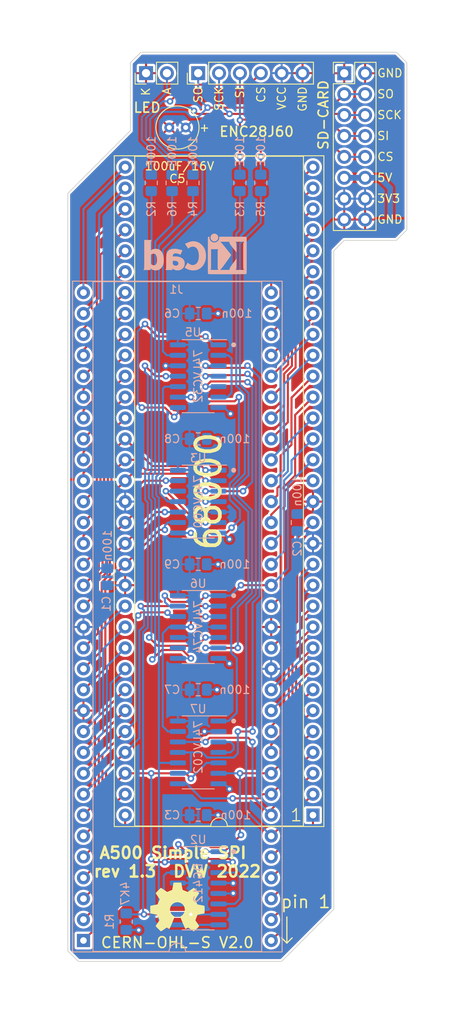
<source format=kicad_pcb>
(kicad_pcb (version 20211014) (generator pcbnew)
  (title_block (title "A500 Simple SPI Controller") (date "2022-12-05") (rev "1.3") (company "Dennis van Weeren"))
  (layers (0 "F.Cu" signal) (31 "B.Cu" signal) (34 "B.Paste" user) (35 "F.Paste" user) (36 "B.SilkS" user "B.Silkscreen") (37 "F.SilkS" user "F.Silkscreen") (38 "B.Mask" user) (39 "F.Mask" user) (44 "Edge.Cuts" user))
  (net 0 "")
  (net 1 "GND")
  (net 2 "VCC")
  (net 3 "+3.3V")
  (net 4 "/D5")
  (net 5 "/D6")
  (net 6 "/D7")
  (net 7 "/D8")
  (net 8 "/D9")
  (net 9 "/D10")
  (net 10 "/D11")
  (net 11 "/D12")
  (net 12 "/D13")
  (net 13 "/D14")
  (net 14 "/D15")
  (net 15 "/A23")
  (net 16 "/A22")
  (net 17 "/A21")
  (net 18 "/A20")
  (net 19 "/A19")
  (net 20 "/A18")
  (net 21 "/A17")
  (net 22 "/A16")
  (net 23 "/A15")
  (net 24 "/A14")
  (net 25 "/A13")
  (net 26 "/A12")
  (net 27 "/A11")
  (net 28 "/A10")
  (net 29 "/A9")
  (net 30 "/A8")
  (net 31 "/A7")
  (net 32 "/A6")
  (net 33 "/A5")
  (net 34 "/A4")
  (net 35 "/A3")
  (net 36 "/A2")
  (net 37 "/A1")
  (net 38 "FC0")
  (net 39 "FC1")
  (net 40 "FC2")
  (net 41 "~{IPL0}")
  (net 42 "~{IPL1}")
  (net 43 "~{IPL2}")
  (net 44 "~{BERR}")
  (net 45 "~{VPA}")
  (net 46 "E")
  (net 47 "~{VMA}")
  (net 48 "~{RESET}")
  (net 49 "~{HALT}")
  (net 50 "CLK")
  (net 51 "~{BR}")
  (net 52 "~{BGACK}")
  (net 53 "~{BG}")
  (net 54 "~{DTACK}")
  (net 55 "R\\~{W}")
  (net 56 "~{LDS}")
  (net 57 "~{UDS}")
  (net 58 "~{AS}")
  (net 59 "/D0")
  (net 60 "/D1")
  (net 61 "/D2")
  (net 62 "/D3")
  (net 63 "/D4")
  (net 64 "~{CS2}")
  (net 65 "MOSI")
  (net 66 "SCLK")
  (net 67 "MISO")
  (net 68 "Net-(R2-Pad1)")
  (net 69 "Net-(U3-Pad11)")
  (net 70 "~{CS1}")
  (net 71 "Net-(R1-Pad1)")
  (net 72 "Net-(R3-Pad1)")
  (net 73 "Net-(R4-Pad1)")
  (net 74 "Net-(R5-Pad1)")
  (net 75 "Net-(U2-Pad3)")
  (net 76 "Net-(U2-Pad11)")
  (net 77 "Net-(U7-Pad3)")
  (net 78 "Net-(U3-Pad8)")
  (net 79 "Net-(U5-Pad1)")
  (net 80 "Net-(U3-Pad12)")
  (net 81 "Net-(U3-Pad3)")
  (net 82 "~{DECODE}")
  (net 83 "Net-(U6-Pad11)")
  (net 85 "Net-(U5-Pad2)")
  (net 86 "LED_SD")
  (net 87 "Net-(R6-Pad1)")
  (footprint "Connector_PinHeader_2.54mm:PinHeader_1x02_P2.54mm_Vertical" (layer "F.Cu") (at 167.64 31.75 90)
    (fp_text reference "J4" hide)
    (fp_text value "Conn_SD_ACT_LED")
  )
  (footprint "Symbol:OSHW-Symbol_6.7x6mm_SilkScreen" (layer "F.Cu") (at 171.45 133.096)
    (fp_text reference "REF**" hide)
    (fp_text value "OSHW-Symbol_6.7x6mm_SilkScreen" hide)
  )
  (footprint "Capacitor_THT:C_Radial_D5.0mm_H7.0mm_P2.00mm" (layer "F.Cu") (at 172.466 38.354 180)
    (fp_text reference "C5")
    (fp_text value "100uF/16V")
  )
  (footprint "Connector_PinHeader_2.54mm:PinHeader_2x08_P2.54mm_Vertical" (layer "F.Cu") (at 191.77 31.765)
    (fp_text reference "J3" hide)
    (fp_text value "Conn_SD_Module")
  )
  (footprint "Package_DIP:DIP-64_W22.86mm_Socket" (layer "F.Cu") (at 187.96 121.92 180)
    (fp_text reference "U1" hide)
    (fp_text value "MC68000")
  )
  (footprint "Connector_PinHeader_2.54mm:PinHeader_1x06_P2.54mm_Vertical" (layer "F.Cu") (at 173.99 31.75 90)
    (fp_text reference "J2" hide)
    (fp_text value "Conn_LAN_Module")
  )
  (footprint "Resistor_SMD:R_0805_2012Metric_Pad1.20x1.40mm_HandSolder" (layer "B.Cu") (at 179.07 45.085 90)
    (fp_text reference "R3")
    (fp_text value "100E")
  )
  (footprint "Package_SO:SOIC-16_3.9x9.9mm_P1.27mm" (layer "B.Cu") (at 173.99 130.81 180)
    (fp_text reference "U2")
    (fp_text value "DG412")
  )
  (footprint "Resistor_SMD:R_0805_2012Metric_Pad1.20x1.40mm_HandSolder" (layer "B.Cu") (at 170.815 45.085 90)
    (fp_text reference "R6")
    (fp_text value "100E")
  )
  (footprint "Capacitor_SMD:C_0805_2012Metric_Pad1.18x1.45mm_HandSolder" (layer "B.Cu") (at 186.055 86.36 90)
    (fp_text reference "C2")
    (fp_text value "100n")
  )
  (footprint "Capacitor_SMD:C_0805_2012Metric_Pad1.18x1.45mm_HandSolder" (layer "B.Cu") (at 173.99 91.44)
    (fp_text reference "C9")
    (fp_text value "100n")
  )
  (footprint "Resistor_SMD:R_0805_2012Metric_Pad1.20x1.40mm_HandSolder" (layer "B.Cu") (at 181.61 45.085 90)
    (fp_text reference "R5")
    (fp_text value "100E")
  )
  (footprint "Capacitor_SMD:C_0805_2012Metric_Pad1.18x1.45mm_HandSolder" (layer "B.Cu") (at 162.9156 92.964 90)
    (fp_text reference "C1")
    (fp_text value "100n")
  )
  (footprint "Resistor_SMD:R_0805_2012Metric_Pad1.20x1.40mm_HandSolder" (layer "B.Cu") (at 165.227 134.874 -90)
    (fp_text reference "R1")
    (fp_text value "4K7")
  )
  (footprint "Package_SO:SOIC-14_3.9x8.7mm_P1.27mm" (layer "B.Cu") (at 173.99 99.06 180)
    (fp_text reference "U6")
    (fp_text value "74LVC74")
  )
  (footprint "Capacitor_SMD:C_0805_2012Metric_Pad1.18x1.45mm_HandSolder" (layer "B.Cu") (at 173.99 106.68)
    (fp_text reference "C7")
    (fp_text value "100n")
  )
  (footprint "Capacitor_SMD:C_0805_2012Metric_Pad1.18x1.45mm_HandSolder" (layer "B.Cu") (at 173.99 121.92)
    (fp_text reference "C3")
    (fp_text value "100n")
  )
  (footprint "Capacitor_SMD:C_0805_2012Metric_Pad1.18x1.45mm_HandSolder" (layer "B.Cu") (at 173.99 60.96)
    (fp_text reference "C6")
    (fp_text value "100n")
  )
  (footprint "Resistor_SMD:R_0805_2012Metric_Pad1.20x1.40mm_HandSolder" (layer "B.Cu") (at 173.355 45.085 90)
    (fp_text reference "R4")
    (fp_text value "100E")
  )
  (footprint "Resistor_SMD:R_0805_2012Metric_Pad1.20x1.40mm_HandSolder" (layer "B.Cu") (at 168.275 45.085 90)
    (fp_text reference "R2")
    (fp_text value "100E")
  )
  (footprint "Package_SO:SOIC-14_3.9x8.7mm_P1.27mm" (layer "B.Cu") (at 173.99 114.3 180)
    (fp_text reference "U7")
    (fp_text value "74LVC02")
  )
  (footprint "Package_SO:SOIC-14_3.9x8.7mm_P1.27mm" (layer "B.Cu") (at 173.99 83.82 180)
    (fp_text reference "U3")
    (fp_text value "74LVC00")
  )
  (footprint "Package_SO:SOIC-14_3.9x8.7mm_P1.27mm" (layer "B.Cu") (at 173.99 68.58 180)
    (fp_text reference "U5")
    (fp_text value "74LVC32")
  )
  (footprint "Capacitor_SMD:C_0805_2012Metric_Pad1.18x1.45mm_HandSolder" (layer "B.Cu") (at 173.99 76.2)
    (fp_text reference "C8")
    (fp_text value "100n")
  )
  (footprint "Symbol:KiCad-Logo_5mm_SilkScreen" (layer "B.Cu") (at 173.614698 54.238938 180)
    (fp_text reference "REF**" hide)
    (fp_text value "KiCad-Logo_5mm_SilkScreen" hide)
  )
  (footprint "Package_DIP:DIP-64_W22.86mm_Socket" (layer "B.Cu") (at 160.02 137.16)
    (fp_text reference "J1")
    (fp_text value "68K_Host_Interface")
  )
  (gr_circle (center 178.308 64.77) (end 178.458 64.77) (layer "B.SilkS") (width 0.3) (fill none))
  (gr_circle (center 178.308 126.365) (end 178.458 126.365) (layer "B.SilkS") (width 0.3) (fill none))
  (gr_circle (center 178.308 95.25) (end 178.458 95.25) (layer "B.SilkS") (width 0.3) (fill none))
  (gr_circle (center 178.308 110.49) (end 178.458 110.49) (layer "B.SilkS") (width 0.3) (fill none))
  (gr_circle (center 178.308 80.01) (end 178.458 80.01) (layer "B.SilkS") (width 0.3) (fill none))
  (gr_line (start 184.785 134.3025) (end 184.785 137.4775) (layer "F.SilkS") (width 0.15))
  (gr_line (start 184.15 136.8425) (end 184.785 137.4775) (layer "F.SilkS") (width 0.15))
  (gr_line (start 185.42 136.8425) (end 184.785 137.4775) (layer "F.SilkS") (width 0.15))
  (gr_line (start 190.5 53.34) (end 190.5 133.35) (layer "Edge.Cuts") (width 0.1))
  (gr_line (start 190.5 53.34) (end 191.77 52.07) (layer "Edge.Cuts") (width 0.1))
  (gr_line (start 165.735 38.735) (end 165.735 30.48) (layer "Edge.Cuts") (width 0.1))
  (gr_line (start 198.12 52.07) (end 191.77 52.07) (layer "Edge.Cuts") (width 0.1))
  (gr_line (start 198.12 29.21) (end 167.005 29.21) (layer "Edge.Cuts") (width 0.1))
  (gr_line (start 198.12 29.21) (end 199.39 30.48) (layer "Edge.Cuts") (width 0.1))
  (gr_line (start 158.115 138.43) (end 159.385 139.7) (layer "Edge.Cuts") (width 0.1))
  (gr_line (start 184.15 139.7) (end 159.385 139.7) (layer "Edge.Cuts") (width 0.1))
  (gr_line (start 158.115 138.43) (end 158.115 46.355) (layer "Edge.Cuts") (width 0.1))
  (gr_line (start 167.005 29.21) (end 165.735 30.48) (layer "Edge.Cuts") (width 0.1))
  (gr_line (start 199.39 30.48) (end 199.39 50.8) (layer "Edge.Cuts") (width 0.1))
  (gr_line (start 199.39 50.8) (end 198.12 52.07) (layer "Edge.Cuts") (width 0.1))
  (gr_line (start 190.5 133.35) (end 184.15 139.7) (layer "Edge.Cuts") (width 0.1))
  (gr_line (start 165.735 38.735) (end 158.115 46.355) (layer "Edge.Cuts") (width 0.1))
  (gr_text "GND" (at 195.707 31.75) (layer "F.SilkS") (effects (font (size 1 1)) (justify left)))
  (gr_text "CS" (at 181.64 33.274 90) (layer "F.SilkS") (effects (font (size 1 1)) (justify right)))
  (gr_text "SD-CARD" (at 189.23 36.83 90) (layer "F.SilkS") (effects (font (size 1.2 1.2) (thickness 0.2))))
  (gr_text "SO" (at 195.707 34.29) (layer "F.SilkS") (effects (font (size 1 1)) (justify left)))
  (gr_text "ENC28J60" (at 181.102 38.862) (layer "F.SilkS") (effects (font (size 1.2 1.2) (thickness 0.2))))
  (gr_text "A" (at 170.18 33.401 90) (layer "F.SilkS") (effects (font (size 1 1)) (justify right)))
  (gr_text "+" (at 174.752 38.354) (layer "F.SilkS") (effects (font (size 1 1))))
  (gr_text "VCC" (at 184.15 33.274 90) (layer "F.SilkS") (effects (font (size 1 1)) (justify right)))
  (gr_text "CS" (at 195.707 41.91) (layer "F.SilkS") (effects (font (size 1 1)) (justify left)))
  (gr_text "SI" (at 195.707 39.37) (layer "F.SilkS") (effects (font (size 1 1)) (justify left)))
  (gr_text "SCK\n" (at 195.707 36.83) (layer "F.SilkS") (effects (font (size 1 1)) (justify left)))
  (gr_text "5V\n" (at 195.707 44.45) (layer "F.SilkS") (effects (font (size 1 1)) (justify left)))
  (gr_text "pin 1" (at 187.071 132.461) (layer "F.SilkS") (effects (font (size 1.5 1.5) (thickness 0.2))))
  (gr_text "SO" (at 173.99 33.274 90) (layer "F.SilkS") (effects (font (size 1 1)) (justify right)))
  (gr_text "LED" (at 167.767 35.941) (layer "F.SilkS") (effects (font (size 1.2 1.2) (thickness 0.2))))
  (gr_text "68000" (at 175.26 82.55 90) (layer "F.SilkS") (effects (font (size 3 3) (thickness 0.45))))
  (gr_text "SI" (at 179.07 33.274 90) (layer "F.SilkS") (effects (font (size 1 1)) (justify right)))
  (gr_text "1" (at 185.928 121.92) (layer "F.SilkS") (effects (font (size 1.5 1.5))))
  (gr_text "3V3" (at 195.707 46.99) (layer "F.SilkS") (effects (font (size 1 1)) (justify left)))
  (gr_text "SCK" (at 176.53 33.274 90) (layer "F.SilkS") (effects (font (size 1 1)) (justify right)))
  (gr_text "K" (at 167.61 33.401 90) (layer "F.SilkS") (effects (font (size 1 1)) (justify right)))
  (gr_text "CERN-OHL-S V2.0" (at 171.45 137.414) (layer "F.SilkS") (effects (font (size 1.3 1.3) (thickness 0.2))))
  (gr_text "GND" (at 186.69 33.274 90) (layer "F.SilkS") (effects (font (size 1 1)) (justify right)))
  (gr_text "GND" (at 195.707 49.53) (layer "F.SilkS") (effects (font (size 1 1)) (justify left)))
  (gr_text "A500 Simple SPI \nrev 1.3  DVW 2022" (at 171.45 127.635) (layer "F.SilkS") (effects (font (size 1.4 1.4) (thickness 0.3))))
  (via (at 178.2572 130.2004) (size 0.8) (drill 0.4) (layers "F.Cu" "B.Cu") (net 1))
  (via (at 174.752 111.76) (size 0.8) (drill 0.4) (layers "F.Cu" "B.Cu") (net 1))
  (via (at 177.922356 73.147356) (size 0.8) (drill 0.4) (layers "F.Cu" "B.Cu") (net 1))
  (via (at 177.8 103.505) (size 0.8) (drill 0.4) (layers "F.Cu" "B.Cu") (net 1))
  (via (at 166.751 135.89) (size 0.8) (drill 0.4) (layers "F.Cu" "B.Cu") (net 1))
  (via (at 178.2572 131.4196) (size 0.8) (drill 0.4) (layers "F.Cu" "B.Cu") (net 1))
  (via (at 176.403 91.44) (size 0.8) (drill 0.4) (layers "F.Cu" "B.Cu") (net 1))
  (via (at 176.276 106.68) (size 0.8) (drill 0.4) (layers "F.Cu" "B.Cu") (net 1))
  (via (at 177.8 88.392) (size 0.8) (drill 0.4) (layers "F.Cu" "B.Cu") (net 1))
  (via (at 177.8 118.745) (size 0.8) (drill 0.4) (layers "F.Cu" "B.Cu") (net 1))
  (via (at 176.403 121.92) (size 0.8) (drill 0.4) (layers "F.Cu" "B.Cu") (net 1))
  (via (at 176.403 60.96) (size 0.8) (drill 0.4) (layers "F.Cu" "B.Cu") (net 1))
  (via (at 170.0276 67.31) (size 0.8) (drill 0.4) (layers "F.Cu" "B.Cu") (net 1))
  (via (at 176.403 76.2) (size 0.8) (drill 0.4) (layers "F.Cu" "B.Cu") (net 1))
  (segment (start 176.465 102.87) (end 177.165 102.87) (width 0.25) (layer "B.Cu") (net 1))
  (segment (start 176.465 130.175) (end 178.2318 130.175) (width 0.25) (layer "B.Cu") (net 1))
  (segment (start 165.227 135.874) (end 166.735 135.874) (width 0.25) (layer "B.Cu") (net 1))
  (segment (start 177.165 72.39) (end 177.922356 73.147356) (width 0.25) (layer "B.Cu") (net 1))
  (segment (start 177.165 118.11) (end 177.8 118.745) (width 0.25) (layer "B.Cu") (net 1))
  (segment (start 176.465 87.63) (end 177.038 87.63) (width 0.25) (layer "B.Cu") (net 1))
  (segment (start 176.465 72.39) (end 177.165 72.39) (width 0.25) (layer "B.Cu") (net 1))
  (segment (start 178.2318 131.445) (end 178.2572 131.4196) (width 0.25) (layer "B.Cu") (net 1))
  (segment (start 165.0785 94.0015) (end 165.1 93.98) (width 0.25) (layer "B.Cu") (net 1))
  (segment (start 171.515 67.31) (end 170.0276 67.31) (width 0.25) (layer "B.Cu") (net 1))
  (segment (start 175.0275 60.96) (end 176.403 60.96) (width 0.25) (layer "B.Cu") (net 1))
  (segment (start 175.0275 91.44) (end 176.403 91.44) (width 0.25) (layer "B.Cu") (net 1))
  (segment (start 177.165 102.87) (end 177.8 103.505) (width 0.25) (layer "B.Cu") (net 1))
  (segment (start 175.0275 76.2) (end 176.403 76.2) (width 0.25) (layer "B.Cu") (net 1))
  (segment (start 166.735 135.874) (end 166.751 135.89) (width 0.25) (layer "B.Cu") (net 1))
  (segment (start 176.465 131.445) (end 178.2318 131.445) (width 0.25) (layer "B.Cu") (net 1))
  (segment (start 178.2318 130.175) (end 178.2572 130.2004) (width 0.25) (layer "B.Cu") (net 1))
  (segment (start 175.0275 121.92) (end 176.403 121.92) (width 0.25) (layer "B.Cu") (net 1))
  (segment (start 186.055 85.3225) (end 186.267 85.3225) (width 0.25) (layer "B.Cu") (net 1))
  (segment (start 186.267 85.3225) (end 187.7695 83.82) (width 0.25) (layer "B.Cu") (net 1))
  (segment (start 176.465 118.11) (end 177.165 118.11) (width 0.25) (layer "B.Cu") (net 1))
  (segment (start 176.465 111.76) (end 174.752 111.76) (width 0.25) (layer "B.Cu") (net 1))
  (segment (start 162.9156 94.0015) (end 165.0785 94.0015) (width 0.25) (layer "B.Cu") (net 1))
  (segment (start 175.0275 106.68) (end 176.276 106.68) (width 0.25) (layer "B.Cu") (net 1))
  (segment (start 187.7695 83.82) (end 187.96 83.82) (width 0.25) (layer "B.Cu") (net 1))
  (segment (start 177.038 87.63) (end 177.8 88.392) (width 0.25) (layer "B.Cu") (net 1))
  (segment (start 197.358 45.72) (end 197.358 50.8) (width 0.7) (layer "B.Cu") (net 2))
  (segment (start 191.77 44.465) (end 194.31 44.465) (width 0.7) (layer "B.Cu") (net 2))
  (segment (start 194.31 44.465) (end 196.103 44.465) (width 0.7) (layer "B.Cu") (net 2))
  (segment (start 196.103 44.465) (end 197.358 45.72) (width 0.7) (layer "B.Cu") (net 2))
  (segment (start 165.1 132.08) (end 165.1 121.92) (width 0.25) (layer "F.Cu") (net 4))
  (segment (start 160.02 137.16) (end 165.1 132.08) (width 0.25) (layer "F.Cu") (net 4))
  (segment (start 163.6776 130.9624) (end 160.02 134.62) (width 0.25) (layer "F.Cu") (net 5))
  (segment (start 165.1 119.38) (end 164.973 119.38) (width 0.25) (layer "F.Cu") (net 5))
  (segment (start 164.973 119.38) (end 163.6776 120.6754) (width 0.25) (layer "F.Cu") (net 5))
  (segment (start 163.6776 120.6754) (end 163.6776 130.9624) (width 0.25) (layer "F.Cu") (net 5))
  (segment (start 169.926 127.635) (end 170.307 127.254) (width 0.25) (layer "F.Cu") (net 6))
  (segment (start 163.228099 118.711901) (end 163.228099 128.871901) (width 0.25) (layer "F.Cu") (net 6))
  (segment (start 165.1 116.84) (end 163.228099 118.711901) (width 0.25) (layer "F.Cu") (net 6))
  (segment (start 177.8 127.254) (end 178.181 127.635) (width 0.25) (layer "F.Cu") (net 6))
  (segment (start 163.228099 128.871901) (end 160.02 132.08) (width 0.25) (layer "F.Cu") (net 6))
  (segment (start 172.466 116.84) (end 173.101 117.475) (width 0.25) (layer "F.Cu") (net 6))
  (segment (start 168.275 116.84) (end 172.466 116.84) (width 0.25) (layer "F.Cu") (net 6))
  (segment (start 168.656 127.635) (end 168.275 127.254) (width 0.25) (layer "F.Cu") (net 6))
  (segment (start 169.926 127.635) (end 168.656 127.635) (width 0.25) (layer "F.Cu") (net 6))
  (segment (start 170.307 127.254) (end 177.8 127.254) (width 0.25) (layer "F.Cu") (net 6))
  (segment (start 168.275 116.84) (end 165.1 116.84) (width 0.25) (layer "F.Cu") (net 6))
  (via (at 168.275 127.254) (size 0.8) (drill 0.4) (layers "F.Cu" "B.Cu") (net 6))
  (via (at 168.275 116.84) (size 0.8) (drill 0.4) (layers "F.Cu" "B.Cu") (net 6))
  (via (at 178.181 127.635) (size 0.8) (drill 0.4) (layers "F.Cu" "B.Cu") (net 6))
  (via (at 169.926 127.635) (size 0.8) (drill 0.4) (layers "F.Cu" "B.Cu") (net 6))
  (via (at 173.101 117.475) (size 0.8) (drill 0.4) (layers "F.Cu" "B.Cu") (net 6))
  (segment (start 176.465 115.57) (end 175.006 115.57) (width 0.25) (layer "B.Cu") (net 6))
  (segment (start 171.515 127.635) (end 169.926 127.635) (width 0.25) (layer "B.Cu") (net 6))
  (segment (start 168.275 116.84) (end 168.275 127.254) (width 0.25) (layer "B.Cu") (net 6))
  (segment (start 178.181 127.635) (end 176.465 127.635) (width 0.25) (layer "B.Cu") (net 6))
  (segment (start 175.006 115.57) (end 173.101 117.475) (width 0.25) (layer "B.Cu") (net 6))
  (segment (start 162.778598 116.621402) (end 162.778598 126.781402) (width 0.25) (layer "F.Cu") (net 7))
  (segment (start 165.1 114.3) (end 162.778598 116.621402) (width 0.25) (layer "F.Cu") (net 7))
  (segment (start 162.778598 126.781402) (end 160.02 129.54) (width 0.25) (layer "F.Cu") (net 7))
  (segment (start 174.879 96.52) (end 167.005 96.52) (width 0.25) (layer "F.Cu") (net 7))
  (via (at 174.879 96.52) (size 0.8) (drill 0.4) (layers "F.Cu" "B.Cu") (net 7))
  (via (at 167.005 96.52) (size 0.8) (drill 0.4) (layers "F.Cu" "B.Cu") (net 7))
  (segment (start 167.005 96.52) (end 167.005 96.638402) (width 0.25) (layer "B.Cu") (net 7))
  (segment (start 167.403496 97.036898) (end 167.403496 98.924102) (width 0.25) (layer "B.Cu") (net 7))
  (segment (start 166.829298 112.570702) (end 165.1 114.3) (width 0.25) (layer "B.Cu") (net 7))
  (segment (start 167.005 96.638402) (end 167.403496 97.036898) (width 0.25) (layer "B.Cu") (net 7))
  (segment (start 166.829298 99.4983) (end 166.829298 112.570702) (width 0.25) (layer "B.Cu") (net 7))
  (segment (start 167.403496 98.924102) (end 166.829298 99.4983) (width 0.25) (layer "B.Cu") (net 7))
  (segment (start 176.465 96.52) (end 174.879 96.52) (width 0.25) (layer "B.Cu") (net 7))
  (segment (start 162.329097 114.530903) (end 162.329097 124.690903) (width 0.25) (layer "F.Cu") (net 8))
  (segment (start 170.213415 97.282) (end 167.059996 97.282) (width 0.25) (layer "F.Cu") (net 8))
  (segment (start 165.1 111.76) (end 162.329097 114.530903) (width 0.25) (layer "F.Cu") (net 8))
  (segment (start 170.252004 97.320589) (end 170.213415 97.282) (width 0.25) (layer "F.Cu") (net 8))
  (segment (start 162.329097 124.690903) (end 160.02 127) (width 0.25) (layer "F.Cu") (net 8))
  (segment (start 167.059996 97.282) (end 166.678996 97.663) (width 0.25) (layer "F.Cu") (net 8))
  (via (at 166.678996 97.663) (size 0.8) (drill 0.4) (layers "F.Cu" "B.Cu") (net 8))
  (via (at 170.252004 97.320589) (size 0.8) (drill 0.4) (layers "F.Cu" "B.Cu") (net 8))
  (segment (start 166.379797 97.962199) (end 166.678996 97.663) (width 0.25) (layer "B.Cu") (net 8))
  (segment (start 171.515 97.79) (end 170.721415 97.79) (width 0.25) (layer "B.Cu") (net 8))
  (segment (start 166.379797 110.480203) (end 166.379797 97.962199) (width 0.25) (layer "B.Cu") (net 8))
  (segment (start 165.1 111.76) (end 166.379797 110.480203) (width 0.25) (layer "B.Cu") (net 8))
  (segment (start 170.721415 97.79) (end 170.252004 97.320589) (width 0.25) (layer "B.Cu") (net 8))
  (segment (start 161.879596 122.600404) (end 160.02 124.46) (width 0.25) (layer "F.Cu") (net 9))
  (segment (start 165.1 109.22) (end 161.879596 112.440404) (width 0.25) (layer "F.Cu") (net 9))
  (segment (start 161.879596 112.440404) (end 161.879596 122.600404) (width 0.25) (layer "F.Cu") (net 9))
  (segment (start 161.430095 120.509905) (end 160.02 121.92) (width 0.25) (layer "F.Cu") (net 10))
  (segment (start 165.1 106.68) (end 161.430095 110.349905) (width 0.25) (layer "F.Cu") (net 10))
  (segment (start 161.430095 110.349905) (end 161.430095 120.509905) (width 0.25) (layer "F.Cu") (net 10))
  (segment (start 165.1 104.14) (end 163.322 105.918) (width 0.25) (layer "B.Cu") (net 11))
  (segment (start 163.322 116.078) (end 160.02 119.38) (width 0.25) (layer "B.Cu") (net 11))
  (segment (start 163.322 105.918) (end 163.322 116.078) (width 0.25) (layer "B.Cu") (net 11))
  (segment (start 162.872499 113.987501) (end 160.02 116.84) (width 0.25) (layer "B.Cu") (net 12))
  (segment (start 162.872499 103.827501) (end 162.872499 113.987501) (width 0.25) (layer "B.Cu") (net 12))
  (segment (start 165.1 101.6) (end 162.872499 103.827501) (width 0.25) (layer "B.Cu") (net 12))
  (segment (start 162.422998 101.737002) (end 162.422998 111.897002) (width 0.25) (layer "B.Cu") (net 13))
  (segment (start 162.422998 111.897002) (end 160.02 114.3) (width 0.25) (layer "B.Cu") (net 13))
  (segment (start 165.1 99.06) (end 162.422998 101.737002) (width 0.25) (layer "B.Cu") (net 13))
  (segment (start 165.1 96.52) (end 161.973497 99.646503) (width 0.25) (layer "B.Cu") (net 14))
  (segment (start 161.973497 99.646503) (end 161.973497 109.806503) (width 0.25) (layer "B.Cu") (net 14))
  (segment (start 161.973497 109.806503) (end 160.02 111.76) (width 0.25) (layer "B.Cu") (net 14))
  (segment (start 169.291 87.249) (end 169.926 87.249) (width 0.25) (layer "F.Cu") (net 15))
  (segment (start 160.0708 106.68) (end 162.687 104.0638) (width 0.25) (layer "F.Cu") (net 15))
  (segment (start 162.687 104.0638) (end 162.687 93.853) (width 0.25) (layer "F.Cu") (net 15))
  (segment (start 165.1 91.44) (end 169.291 87.249) (width 0.25) (layer "F.Cu") (net 15))
  (segment (start 160.02 106.68) (end 160.0708 106.68) (width 0.25) (layer "F.Cu") (net 15))
  (segment (start 162.687 93.853) (end 165.1 91.44) (width 0.25) (layer "F.Cu") (net 15))
  (via (at 169.926 87.249) (size 0.8) (drill 0.4) (layers "F.Cu" "B.Cu") (net 15))
  (segment (start 169.926 86.741) (end 169.926 87.249) (width 0.25) (layer "B.Cu") (net 15))
  (segment (start 171.515 86.36) (end 170.307 86.36) (width 0.25) (layer "B.Cu") (net 15))
  (segment (start 170.307 86.36) (end 169.926 86.741) (width 0.25) (layer "B.Cu") (net 15))
  (segment (start 163.240404 92.663906) (end 163.240404 90.759596) (width 0.25) (layer "F.Cu") (net 16))
  (segment (start 160.02 104.14) (end 162.237499 101.922501) (width 0.25) (layer "F.Cu") (net 16))
  (segment (start 162.237499 93.666811) (end 163.240404 92.663906) (width 0.25) (layer "F.Cu") (net 16))
  (segment (start 162.237499 101.922501) (end 162.237499 93.666811) (width 0.25) (layer "F.Cu") (net 16))
  (segment (start 165.1 88.9) (end 168.91 85.09) (width 0.25) (layer "F.Cu") (net 16))
  (segment (start 163.240404 90.759596) (end 165.1 88.9) (width 0.25) (layer "F.Cu") (net 16))
  (segment (start 168.91 85.09) (end 169.926 85.09) (width 0.25) (layer "F.Cu") (net 16))
  (via (at 169.926 85.09) (size 0.8) (drill 0.4) (layers "F.Cu" "B.Cu") (net 16))
  (segment (start 171.515 85.09) (end 169.926 85.09) (width 0.25) (layer "B.Cu") (net 16))
  (segment (start 160.02 101.6) (end 161.787998 99.832002) (width 0.25) (layer "F.Cu") (net 17))
  (segment (start 162.790903 92.477717) (end 162.790903 88.669097) (width 0.25) (layer "F.Cu") (net 17))
  (segment (start 166.624 82.042) (end 166.624 84.836) (width 0.25) (layer "F.Cu") (net 17))
  (segment (start 162.790903 88.669097) (end 165.1 86.36) (width 0.25) (layer "F.Cu") (net 17))
  (segment (start 166.624 84.836) (end 165.1 86.36) (width 0.25) (layer "F.Cu") (net 17))
  (segment (start 161.787998 93.480622) (end 162.790903 92.477717) (width 0.25) (layer "F.Cu") (net 17))
  (segment (start 161.787998 99.832002) (end 161.787998 93.480622) (width 0.25) (layer "F.Cu") (net 17))
  (segment (start 170.053 81.28) (end 167.386 81.28) (width 0.25) (layer "F.Cu") (net 17))
  (segment (start 167.386 81.28) (end 166.624 82.042) (width 0.25) (layer "F.Cu") (net 17))
  (via (at 170.053 81.28) (size 0.8) (drill 0.4) (layers "F.Cu" "B.Cu") (net 17))
  (segment (start 171.515 81.28) (end 170.053 81.28) (width 0.25) (layer "B.Cu") (net 17))
  (segment (start 162.341402 92.291528) (end 162.341402 87.536659) (width 0.25) (layer "F.Cu") (net 18))
  (segment (start 162.341402 87.536659) (end 163.885406 85.992655) (width 0.25) (layer "F.Cu") (net 18))
  (segment (start 173.2655 80.4285) (end 165.9515 80.4285) (width 0.25) (layer "F.Cu") (net 18))
  (segment (start 163.885406 82.494594) (end 165.1 81.28) (width 0.25) (layer "F.Cu") (net 18))
  (segment (start 163.885406 85.992655) (end 163.885406 82.494594) (width 0.25) (layer "F.Cu") (net 18))
  (segment (start 173.863 82.804) (end 173.863 81.026) (width 0.25) (layer "F.Cu") (net 18))
  (segment (start 160.02 96.52) (end 161.338497 95.201503) (width 0.25) (layer "F.Cu") (net 18))
  (segment (start 165.9515 80.4285) (end 165.1 81.28) (width 0.25) (layer "F.Cu") (net 18))
  (segment (start 161.338497 93.294433) (end 162.341402 92.291528) (width 0.25) (layer "F.Cu") (net 18))
  (segment (start 174.879 83.82) (end 173.863 82.804) (width 0.25) (layer "F.Cu") (net 18))
  (segment (start 173.863 81.026) (end 173.2655 80.4285) (width 0.25) (layer "F.Cu") (net 18))
  (segment (start 161.338497 95.201503) (end 161.338497 93.294433) (width 0.25) (layer "F.Cu") (net 18))
  (via (at 174.879 83.82) (size 0.8) (drill 0.4) (layers "F.Cu" "B.Cu") (net 18))
  (segment (start 176.465 83.82) (end 174.879 83.82) (width 0.25) (layer "B.Cu") (net 18))
  (segment (start 161.891901 87.35047) (end 163.435905 85.806466) (width 0.25) (layer "F.Cu") (net 19))
  (segment (start 173.551191 79.951501) (end 167.581501 79.951501) (width 0.25) (layer "F.Cu") (net 19))
  (segment (start 161.891901 92.105339) (end 161.891901 87.35047) (width 0.25) (layer "F.Cu") (net 19))
  (segment (start 163.435905 85.806466) (end 163.435905 80.404095) (width 0.25) (layer "F.Cu") (net 19))
  (segment (start 160.02 93.97724) (end 161.891901 92.105339) (width 0.25) (layer "F.Cu") (net 19))
  (segment (start 174.879 81.28) (end 174.879 81.27931) (width 0.25) (layer "F.Cu") (net 19))
  (segment (start 160.02 93.98) (end 160.02 93.97724) (width 0.25) (layer "F.Cu") (net 19))
  (segment (start 163.435905 80.404095) (end 165.1 78.74) (width 0.25) (layer "F.Cu") (net 19))
  (segment (start 174.879 81.27931) (end 173.551191 79.951501) (width 0.25) (layer "F.Cu") (net 19))
  (segment (start 167.581501 79.951501) (end 166.37 78.74) (width 0.25) (layer "F.Cu") (net 19))
  (segment (start 166.37 78.74) (end 165.1 78.74) (width 0.25) (layer "F.Cu") (net 19))
  (via (at 174.879 81.28) (size 0.8) (drill 0.4) (layers "F.Cu" "B.Cu") (net 19))
  (segment (start 176.465 81.28) (end 174.879 81.28) (width 0.25) (layer "B.Cu") (net 19))
  (segment (start 160.02 91.44) (end 160.02 91.3892) (width 0.25) (layer "F.Cu") (net 20))
  (segment (start 160.02 91.3892) (end 161.4424 89.9668) (width 0.25) (layer "F.Cu") (net 20))
  (segment (start 174.371 79.502) (end 168.402 79.502) (width 0.25) (layer "F.Cu") (net 20))
  (segment (start 174.879 80.01) (end 174.371 79.502) (width 0.25) (layer "F.Cu") (net 20))
  (segment (start 168.402 79.502) (end 165.1 76.2) (width 0.25) (layer "F.Cu") (net 20))
  (segment (start 161.4424 87.164281) (end 162.986404 85.620277) (width 0.25) (layer "F.Cu") (net 20))
  (segment (start 162.986404 78.313596) (end 165.1 76.2) (width 0.25) (layer "F.Cu") (net 20))
  (segment (start 161.4424 89.9668) (end 161.4424 87.164281) (width 0.25) (layer "F.Cu") (net 20))
  (segment (start 162.986404 85.620277) (end 162.986404 78.313596) (width 0.25) (layer "F.Cu") (net 20))
  (via (at 174.879 80.01) (size 0.8) (drill 0.4) (layers "F.Cu" "B.Cu") (net 20))
  (segment (start 176.465 80.01) (end 174.879 80.01) (width 0.25) (layer "B.Cu") (net 20))
  (segment (start 160.02 88.9) (end 160.02 87.950991) (width 0.25) (layer "F.Cu") (net 21))
  (segment (start 163.842006 74.917994) (end 165.1 73.66) (width 0.25) (layer "F.Cu") (net 21))
  (segment (start 162.536903 77.816848) (end 163.842006 76.511745) (width 0.25) (layer "F.Cu") (net 21))
  (segment (start 160.02 87.950991) (end 162.536903 85.434088) (width 0.25) (layer "F.Cu") (net 21))
  (segment (start 162.536903 85.434088) (end 162.536903 77.816848) (width 0.25) (layer "F.Cu") (net 21))
  (segment (start 163.842006 76.511745) (end 163.842006 74.917994) (width 0.25) (layer "F.Cu") (net 21))
  (segment (start 160.02 86.36) (end 162.087402 84.292598) (width 0.25) (layer "F.Cu") (net 22))
  (segment (start 162.087402 77.630659) (end 163.392505 76.325556) (width 0.25) (layer "F.Cu") (net 22))
  (segment (start 163.392505 72.827495) (end 165.1 71.12) (width 0.25) (layer "F.Cu") (net 22))
  (segment (start 162.087402 84.292598) (end 162.087402 77.630659) (width 0.25) (layer "F.Cu") (net 22))
  (segment (start 163.392505 76.325556) (end 163.392505 72.827495) (width 0.25) (layer "F.Cu") (net 22))
  (segment (start 161.637901 82.202099) (end 161.637901 77.44447) (width 0.25) (layer "F.Cu") (net 23))
  (segment (start 160.02 83.82) (end 161.637901 82.202099) (width 0.25) (layer "F.Cu") (net 23))
  (segment (start 162.943004 76.139367) (end 162.943004 70.736996) (width 0.25) (layer "F.Cu") (net 23))
  (segment (start 161.637901 77.44447) (end 162.943004 76.139367) (width 0.25) (layer "F.Cu") (net 23))
  (segment (start 162.943004 70.736996) (end 165.1 68.58) (width 0.25) (layer "F.Cu") (net 23))
  (segment (start 160.02 81.28) (end 160.02 80.330991) (width 0.25) (layer "F.Cu") (net 24))
  (segment (start 163.689905 67.450095) (end 165.1 66.04) (width 0.25) (layer "F.Cu") (net 24))
  (segment (start 162.493503 70.240248) (end 163.689905 69.043846) (width 0.25) (layer "F.Cu") (net 24))
  (segment (start 162.493503 75.953178) (end 162.493503 70.240248) (width 0.25) (layer "F.Cu") (net 24))
  (segment (start 163.689905 69.043846) (end 163.689905 67.450095) (width 0.25) (layer "F.Cu") (net 24))
  (segment (start 161.1884 79.162591) (end 161.1884 77.258281) (width 0.25) (layer "F.Cu") (net 24))
  (segment (start 160.02 80.330991) (end 161.1884 79.162591) (width 0.25) (layer "F.Cu") (net 24))
  (segment (start 161.1884 77.258281) (end 162.493503 75.953178) (width 0.25) (layer "F.Cu") (net 24))
  (segment (start 160.02 78.74) (end 160.02 77.790991) (width 0.25) (layer "F.Cu") (net 25))
  (segment (start 162.044002 70.054059) (end 163.240404 68.857657) (width 0.25) (layer "F.Cu") (net 25))
  (segment (start 163.240404 65.359596) (end 165.1 63.5) (width 0.25) (layer "F.Cu") (net 25))
  (segment (start 160.02 77.790991) (end 162.044002 75.766989) (width 0.25) (layer "F.Cu") (net 25))
  (segment (start 162.044002 75.766989) (end 162.044002 70.054059) (width 0.25) (layer "F.Cu") (net 25))
  (segment (start 163.240404 68.857657) (end 163.240404 65.359596) (width 0.25) (layer "F.Cu") (net 25))
  (segment (start 161.594501 74.625499) (end 161.594501 69.86787) (width 0.25) (layer "F.Cu") (net 26))
  (segment (start 163.392804 62.667196) (end 165.1 60.96) (width 0.25) (layer "F.Cu") (net 26))
  (segment (start 160.02 76.2) (end 161.594501 74.625499) (width 0.25) (layer "F.Cu") (net 26))
  (segment (start 161.594501 69.86787) (end 162.790903 68.671468) (width 0.25) (layer "F.Cu") (net 26))
  (segment (start 162.790903 68.671468) (end 162.790903 65.151457) (width 0.25) (layer "F.Cu") (net 26))
  (segment (start 163.392804 64.549556) (end 163.392804 62.667196) (width 0.25) (layer "F.Cu") (net 26))
  (segment (start 162.790903 65.151457) (end 163.392804 64.549556) (width 0.25) (layer "F.Cu") (net 26))
  (segment (start 163.443604 60.076396) (end 165.1 58.42) (width 0.25) (layer "F.Cu") (net 27))
  (segment (start 160.02 72.710991) (end 161.145 71.585991) (width 0.25) (layer "F.Cu") (net 27))
  (segment (start 160.02 73.66) (end 160.02 72.710991) (width 0.25) (layer "F.Cu") (net 27))
  (segment (start 162.341402 68.485279) (end 162.341402 64.965268) (width 0.25) (layer "F.Cu") (net 27))
  (segment (start 161.145 69.681681) (end 162.341402 68.485279) (width 0.25) (layer "F.Cu") (net 27))
  (segment (start 161.145 71.585991) (end 161.145 69.681681) (width 0.25) (layer "F.Cu") (net 27))
  (segment (start 162.943303 64.363367) (end 162.943303 62.408257) (width 0.25) (layer "F.Cu") (net 27))
  (segment (start 163.443604 61.907956) (end 163.443604 60.076396) (width 0.25) (layer "F.Cu") (net 27))
  (segment (start 162.943303 62.408257) (end 163.443604 61.907956) (width 0.25) (layer "F.Cu") (net 27))
  (segment (start 162.341402 64.965268) (end 162.943303 64.363367) (width 0.25) (layer "F.Cu") (net 27))
  (segment (start 161.891901 64.779079) (end 162.493802 64.177178) (width 0.25) (layer "F.Cu") (net 28))
  (segment (start 162.493802 64.177178) (end 162.493802 62.222068) (width 0.25) (layer "F.Cu") (net 28))
  (segment (start 160.02 70.170991) (end 161.891901 68.29909) (width 0.25) (layer "F.Cu") (net 28))
  (segment (start 161.891901 68.29909) (end 161.891901 64.779079) (width 0.25) (layer "F.Cu") (net 28))
  (segment (start 160.02 71.12) (end 160.02 70.170991) (width 0.25) (layer "F.Cu") (net 28))
  (segment (start 162.994103 57.985897) (end 165.1 55.88) (width 0.25) (layer "F.Cu") (net 28))
  (segment (start 162.994103 61.721767) (end 162.994103 57.985897) (width 0.25) (layer "F.Cu") (net 28))
  (segment (start 162.493802 62.222068) (end 162.994103 61.721767) (width 0.25) (layer "F.Cu") (net 28))
  (segment (start 160.02 68.58) (end 161.4424 67.1576) (width 0.25) (layer "F.Cu") (net 29))
  (segment (start 162.044301 62.035879) (end 162.544602 61.535578) (width 0.25) (layer "F.Cu") (net 29))
  (segment (start 162.044301 63.990989) (end 162.044301 62.035879) (width 0.25) (layer "F.Cu") (net 29))
  (segment (start 161.4424 64.59289) (end 162.044301 63.990989) (width 0.25) (layer "F.Cu") (net 29))
  (segment (start 162.544602 61.535578) (end 162.544602 55.895398) (width 0.25) (layer "F.Cu") (net 29))
  (segment (start 161.4424 67.1576) (end 161.4424 64.59289) (width 0.25) (layer "F.Cu") (net 29))
  (segment (start 162.544602 55.895398) (end 165.1 53.34) (width 0.25) (layer "F.Cu") (net 29))
  (segment (start 161.5948 63.8048) (end 161.5948 61.84969) (width 0.25) (layer "F.Cu") (net 30))
  (segment (start 162.095101 61.349389) (end 162.095101 53.804899) (width 0.25) (layer "F.Cu") (net 30))
  (segment (start 160.02 66.04) (end 160.02 65.3796) (width 0.25) (layer "F.Cu") (net 30))
  (segment (start 162.095101 53.804899) (end 165.1 50.8) (width 0.25) (layer "F.Cu") (net 30))
  (segment (start 160.02 65.3796) (end 161.5948 63.8048) (width 0.25) (layer "F.Cu") (net 30))
  (segment (start 161.5948 61.84969) (end 162.095101 61.349389) (width 0.25) (layer "F.Cu") (net 30))
  (segment (start 160.02 63.5) (end 160.02 62.7888) (width 0.25) (layer "F.Cu") (net 31))
  (segment (start 161.6456 51.7144) (end 165.1 48.26) (width 0.25) (layer "F.Cu") (net 31))
  (segment (start 160.02 62.7888) (end 161.6456 61.1632) (width 0.25) (layer "F.Cu") (net 31))
  (segment (start 161.6456 61.1632) (end 161.6456 51.7144) (width 0.25) (layer "F.Cu") (net 31))
  (segment (start 160.02 60.96) (end 161.925 59.055) (width 0.25) (layer "B.Cu") (net 32))
  (segment (start 161.925 59.055) (end 161.925 48.895) (width 0.25) (layer "B.Cu") (net 32))
  (segment (start 161.925 48.895) (end 165.1 45.72) (width 0.25) (layer "B.Cu") (net 32))
  (segment (start 160.02 48.26) (end 165.1 43.18) (width 0.25) (layer "B.Cu") (net 33))
  (segment (start 160.02 58.42) (end 160.02 48.26) (width 0.25) (layer "B.Cu") (net 33))
  (segment (start 182.88 58.42) (end 182.88 48.26) (width 0.25) (layer "F.Cu") (net 34))
  (segment (start 182.88 48.26) (end 187.96 43.18) (width 0.25) (layer "F.Cu") (net 34))
  (segment (start 182.88 60.96) (end 184.005 59.835) (width 0.25) (layer "F.Cu") (net 35))
  (segment (start 184.005 49.675) (end 187.96 45.72) (width 0.25) (layer "F.Cu") (net 35))
  (segment (start 184.005 59.835) (end 184.005 49.675) (width 0.25) (layer "F.Cu") (net 35))
  (segment (start 182.88 63.31875) (end 184.454501 61.744249) (width 0.25) (layer "F.Cu") (net 36))
  (segment (start 182.88 63.5) (end 182.88 63.31875) (width 0.25) (layer "F.Cu") (net 36))
  (segment (start 184.454501 51.765499) (end 187.96 48.26) (width 0.25) (layer "F.Cu") (net 36))
  (segment (start 184.454501 61.744249) (end 184.454501 51.765499) (width 0.25) (layer "F.Cu") (net 36))
  (segment (start 184.904002 61.930438) (end 184.904002 53.855998) (width 0.25) (layer "F.Cu") (net 37))
  (segment (start 184.0484 64.8716) (end 184.0484 62.78604) (width 0.25) (layer "F.Cu") (net 37))
  (segment (start 184.0484 62.78604) (end 184.904002 61.930438) (width 0.25) (layer "F.Cu") (net 37))
  (segment (start 182.88 66.04) (end 184.0484 64.8716) (width 0.25) (layer "F.Cu") (net 37))
  (segment (start 184.904002 53.855998) (end 187.96 50.8) (width 0.25) (layer "F.Cu") (net 37))
  (segment (start 185.353503 55.946497) (end 187.96 53.34) (width 0.25) (layer "F.Cu") (net 38))
  (segment (start 182.88 68.58) (end 184.497901 66.962099) (width 0.25) (layer "F.Cu") (net 38))
  (segment (start 184.497901 62.972229) (end 185.353503 62.116627) (width 0.25) (layer "F.Cu") (net 38))
  (segment (start 184.497901 66.962099) (end 184.497901 62.972229) (width 0.25) (layer "F.Cu") (net 38))
  (segment (start 185.353503 62.116627) (end 185.353503 55.946497) (width 0.25) (layer "F.Cu") (net 38))
  (segment (start 184.947402 67.148288) (end 184.947402 63.158418) (width 0.25) (layer "F.Cu") (net 39))
  (segment (start 184.005 69.995) (end 184.005 68.09069) (width 0.25) (layer "F.Cu") (net 39))
  (segment (start 184.005 68.09069) (end 184.947402 67.148288) (width 0.25) (layer "F.Cu") (net 39))
  (segment (start 182.88 71.12) (end 184.005 69.995) (width 0.25) (layer "F.Cu") (net 39))
  (segment (start 185.803004 62.302816) (end 185.803004 58.036996) (width 0.25) (layer "F.Cu") (net 39))
  (segment (start 185.803004 58.036996) (end 187.96 55.88) (width 0.25) (layer "F.Cu") (net 39))
  (segment (start 184.947402 63.158418) (end 185.803004 62.302816) (width 0.25) (layer "F.Cu") (net 39))
  (segment (start 184.454501 72.085499) (end 184.454501 68.276879) (width 0.25) (layer "F.Cu") (net 40))
  (segment (start 185.396903 67.334477) (end 185.396903 63.344607) (width 0.25) (layer "F.Cu") (net 40))
  (segment (start 182.88 73.66) (end 184.454501 72.085499) (width 0.25) (layer "F.Cu") (net 40))
  (segment (start 184.454501 68.276879) (end 185.396903 67.334477) (width 0.25) (layer "F.Cu") (net 40))
  (segment (start 185.396903 63.344607) (end 186.252505 62.489005) (width 0.25) (layer "F.Cu") (net 40))
  (segment (start 186.252505 62.489005) (end 186.252505 60.127495) (width 0.25) (layer "F.Cu") (net 40))
  (segment (start 186.252505 60.127495) (end 187.96 58.42) (width 0.25) (layer "F.Cu") (net 40))
  (segment (start 184.896602 72.279088) (end 184.904002 72.271688) (width 0.25) (layer "F.Cu") (net 41))
  (segment (start 184.904002 68.463068) (end 185.846404 67.520666) (width 0.25) (layer "F.Cu") (net 41))
  (segment (start 185.846404 63.530796) (end 187.96 61.4172) (width 0.25) (layer "F.Cu") (net 41))
  (segment (start 184.896602 74.183398) (end 184.896602 72.279088) (width 0.25) (layer "F.Cu") (net 41))
  (segment (start 184.904002 72.271688) (end 184.904002 68.463068) (width 0.25) (layer "F.Cu") (net 41))
  (segment (start 187.96 61.4172) (end 187.96 60.96) (width 0.25) (layer "F.Cu") (net 41))
  (segment (start 182.88 76.2) (end 184.896602 74.183398) (width 0.25) (layer "F.Cu") (net 41))
  (segment (start 185.846404 67.520666) (end 185.846404 63.530796) (width 0.25) (layer "F.Cu") (net 41))
  (segment (start 184.005 77.488) (end 184.005 67.455) (width 0.25) (layer "B.Cu") (net 42))
  (segment (start 182.88 78.613) (end 184.005 77.488) (width 0.25) (layer "B.Cu") (net 42))
  (segment (start 182.88 78.74) (end 182.88 78.613) (width 0.25) (layer "B.Cu") (net 42))
  (segment (start 184.005 67.455) (end 187.96 63.5) (width 0.25) (layer "B.Cu") (net 42))
  (segment (start 184.454501 69.545499) (end 187.96 66.04) (width 0.25) (layer "B.Cu") (net 43))
  (segment (start 184.454501 79.959499) (end 184.454501 69.545499) (width 0.25) (layer "B.Cu") (net 43))
  (segment (start 183.134 81.28) (end 184.454501 79.959499) (width 0.25) (layer "B.Cu") (net 43))
  (segment (start 182.88 81.28) (end 183.134 81.28) (width 0.25) (layer "B.Cu") (net 43))
  (segment (start 185.346103 72.465277) (end 185.353503 72.457877) (width 0.25) (layer "F.Cu") (net 44))
  (segment (start 184.012998 78.239932) (end 185.346103 76.906827) (width 0.25) (layer "F.Cu") (net 44))
  (segment (start 185.353503 71.186497) (end 187.96 68.58) (width 0.25) (layer "F.Cu") (net 44))
  (segment (start 183.631998 83.068002) (end 183.631998 82.177622) (width 0.25) (layer "F.Cu") (net 44))
  (segment (start 182.88 83.82) (end 183.631998 83.068002) (width 0.25) (layer "F.Cu") (net 44))
  (segment (start 185.353503 72.457877) (end 185.353503 71.186497) (width 0.25) (layer "F.Cu") (net 44))
  (segment (start 184.012998 81.796622) (end 184.012998 78.239932) (width 0.25) (layer "F.Cu") (net 44))
  (segment (start 183.631998 82.177622) (end 184.012998 81.796622) (width 0.25) (layer "F.Cu") (net 44))
  (segment (start 185.346103 76.906827) (end 185.346103 72.465277) (width 0.25) (layer "F.Cu") (net 44))
  (segment (start 182.88 86.36) (end 182.88 85.410991) (width 0.25) (layer "F.Cu") (net 45))
  (segment (start 182.88 85.410991) (end 184.081998 84.208993) (width 0.25) (layer "F.Cu") (net 45))
  (segment (start 184.081998 82.363312) (end 185.795604 80.649706) (width 0.25) (layer "F.Cu") (net 45))
  (segment (start 184.081998 84.208993) (end 184.081998 82.363312) (width 0.25) (layer "F.Cu") (net 45))
  (segment (start 185.795604 73.284396) (end 187.96 71.12) (width 0.25) (layer "F.Cu") (net 45))
  (segment (start 185.795604 80.649706) (end 185.795604 73.284396) (width 0.25) (layer "F.Cu") (net 45))
  (segment (start 184.005 81.04469) (end 184.904002 80.145688) (width 0.25) (layer "B.Cu") (net 46))
  (segment (start 182.88 88.9) (end 184.005 87.775) (width 0.25) (layer "B.Cu") (net 46))
  (segment (start 184.904002 80.145688) (end 184.904002 76.715998) (width 0.25) (layer "B.Cu") (net 46))
  (segment (start 184.005 87.775) (end 184.005 81.04469) (width 0.25) (layer "B.Cu") (net 46))
  (segment (start 184.904002 76.715998) (end 187.96 73.66) (width 0.25) (layer "B.Cu") (net 46))
  (segment (start 182.88 91.44) (end 184.454501 89.865499) (width 0.25) (layer "B.Cu") (net 47))
  (segment (start 184.454501 81.230879) (end 185.353503 80.331877) (width 0.25) (layer "B.Cu") (net 47))
  (segment (start 184.454501 89.865499) (end 184.454501 81.230879) (width 0.25) (layer "B.Cu") (net 47))
  (segment (start 185.353503 80.331877) (end 185.353503 78.806497) (width 0.25) (layer "B.Cu") (net 47))
  (segment (start 185.353503 78.806497) (end 187.96 76.2) (width 0.25) (layer "B.Cu") (net 47))
  (segment (start 174.879 95.25) (end 174.117 96.012) (width 0.25) (layer "F.Cu") (net 48))
  (segment (start 179.197 93.98) (end 182.88 93.98) (width 0.25) (layer "F.Cu") (net 48))
  (segment (start 170.688 96.012) (end 169.926 95.25) (width 0.25) (layer "F.Cu") (net 48))
  (segment (start 174.117 96.012) (end 170.688 96.012) (width 0.25) (layer "F.Cu") (net 48))
  (via (at 169.926 95.25) (size 0.8) (drill 0.4) (layers "F.Cu" "B.Cu") (net 48))
  (via (at 179.197 93.98) (size 0.8) (drill 0.4) (layers "F.Cu" "B.Cu") (net 48))
  (via (at 174.879 95.25) (size 0.8) (drill 0.4) (layers "F.Cu" "B.Cu") (net 48))
  (segment (start 184.904002 81.795998) (end 187.96 78.74) (width 0.25) (layer "B.Cu") (net 48))
  (segment (start 176.465 95.25) (end 177.927 95.25) (width 0.25) (layer "B.Cu") (net 48))
  (segment (start 182.88 93.98) (end 184.904002 91.955998) (width 0.25) (layer "B.Cu") (net 48))
  (segment (start 171.515 96.52) (end 170.434 96.52) (width 0.25) (layer "B.Cu") (net 48))
  (segment (start 169.926 96.012) (end 169.926 95.25) (width 0.25) (layer "B.Cu") (net 48))
  (segment (start 177.927 95.25) (end 179.197 93.98) (width 0.25) (layer "B.Cu") (net 48))
  (segment (start 170.434 96.52) (end 169.926 96.012) (width 0.25) (layer "B.Cu") (net 48))
  (segment (start 184.904002 91.955998) (end 184.904002 81.795998) (width 0.25) (layer "B.Cu") (net 48))
  (segment (start 176.465 95.25) (end 174.879 95.25) (width 0.25) (layer "B.Cu") (net 48))
  (segment (start 187.96 81.28) (end 185.801 81.28) (width 0.25) (layer "F.Cu") (net 49))
  (segment (start 184.023 84.903681) (end 184.023 95.377) (width 0.25) (layer "F.Cu") (net 49))
  (segment (start 185.801 81.28) (end 184.531499 82.549501) (width 0.25) (layer "F.Cu") (net 49))
  (segment (start 184.023 95.377) (end 182.88 96.52) (width 0.25) (layer "F.Cu") (net 49))
  (segment (start 184.531499 82.549501) (end 184.531499 84.395182) (width 0.25) (layer "F.Cu") (net 49))
  (segment (start 184.531499 84.395182) (end 184.023 84.903681) (width 0.25) (layer "F.Cu") (net 49))
  (segment (start 182.88 101.6) (end 186.055 98.425) (width 0.25) (layer "F.Cu") (net 50))
  (segment (start 186.055 88.265) (end 187.96 86.36) (width 0.25) (layer "F.Cu") (net 50))
  (segment (start 186.055 98.425) (end 186.055 88.265) (width 0.25) (layer "F.Cu") (net 50))
  (segment (start 186.385499 93.014501) (end 186.385499 103.174501) (width 0.25) (layer "B.Cu") (net 51))
  (segment (start 186.385499 103.174501) (end 182.88 106.68) (width 0.25) (layer "B.Cu") (net 51))
  (segment (start 187.96 91.44) (end 186.385499 93.014501) (width 0.25) (layer "B.Cu") (net 51))
  (segment (start 186.835 95.105) (end 186.835 105.265) (width 0.25) (layer "B.Cu") (net 52))
  (segment (start 186.835 105.265) (end 182.88 109.22) (width 0.25) (layer "B.Cu") (net 52))
  (segment (start 187.96 93.98) (end 186.835 95.105) (width 0.25) (layer "B.Cu") (net 52))
  (segment (start 185.0136 108.9914) (end 185.0136 100.73778) (width 0.25) (layer "F.Cu") (net 53))
  (segment (start 186.573002 99.178378) (end 186.573002 97.906998) (width 0.25) (layer "F.Cu") (net 53))
  (segment (start 186.573002 97.906998) (end 187.96 96.52) (width 0.25) (layer "F.Cu") (net 53))
  (segment (start 182.88 111.125) (end 185.0136 108.9914) (width 0.25) (layer "F.Cu") (net 53))
  (segment (start 182.88 111.76) (end 182.88 111.125) (width 0.25) (layer "F.Cu") (net 53))
  (segment (start 185.0136 100.73778) (end 186.573002 99.178378) (width 0.25) (layer "F.Cu") (net 53))
  (segment (start 184.005 110.63569) (end 185.463101 109.177589) (width 0.25) (layer "F.Cu") (net 54))
  (segment (start 184.005 112.225991) (end 184.005 110.63569) (width 0.25) (layer "F.Cu") (net 54))
  (segment (start 185.463101 101.556899) (end 187.96 99.06) (width 0.25) (layer "F.Cu") (net 54))
  (segment (start 182.88 113.350991) (end 184.005 112.225991) (width 0.25) (layer "F.Cu") (net 54))
  (segment (start 185.463101 109.177589) (end 185.463101 101.556899) (width 0.25) (layer "F.Cu") (net 54))
  (segment (start 182.88 114.3) (end 182.88 113.350991) (width 0.25) (layer "F.Cu") (net 54))
  (segment (start 185.912602 103.647398) (end 187.96 101.6) (width 0.25) (layer "F.Cu") (net 55))
  (segment (start 174.879 126.365) (end 177.165 126.365) (width 0.25) (layer "F.Cu") (net 55))
  (segment (start 177.165 126.365) (end 179.197 124.333) (width 0.25) (layer "F.Cu") (net 55))
  (segment (start 184.454501 110.821879) (end 185.912602 109.363778) (width 0.25) (layer "F.Cu") (net 55))
  (segment (start 184.005 112.861681) (end 184.454501 112.41218) (width 0.25) (layer "F.Cu") (net 55))
  (segment (start 184.454501 112.41218) (end 184.454501 110.821879) (width 0.25) (layer "F.Cu") (net 55))
  (segment (start 182.88 116.84) (end 179.07 116.84) (width 0.25) (layer "F.Cu") (net 55))
  (segment (start 172.466 126.365) (end 171.577 125.476) (width 0.25) (layer "F.Cu") (net 55))
  (segment (start 184.005 115.715) (end 184.005 112.861681) (width 0.25) (layer "F.Cu") (net 55))
  (segment (start 185.912602 109.363778) (end 185.912602 103.647398) (width 0.25) (layer "F.Cu") (net 55))
  (segment (start 174.879 126.365) (end 172.466 126.365) (width 0.25) (layer "F.Cu") (net 55))
  (segment (start 182.88 116.84) (end 184.005 115.715) (width 0.25) (layer "F.Cu") (net 55))
  (via (at 171.577 125.476) (size 0.8) (drill 0.4) (layers "F.Cu" "B.Cu") (net 55))
  (via (at 174.879 126.365) (size 0.8) (drill 0.4) (layers "F.Cu" "B.Cu") (net 55))
  (via (at 179.07 116.84) (size 0.8) (drill 0.4) (layers "F.Cu" "B.Cu") (net 55))
  (via (at 179.197 124.333) (size 0.8) (drill 0.4) (layers "F.Cu" "B.Cu") (net 55))
  (segment (start 171.515 125.538) (end 171.577 125.476) (width 0.25) (layer "B.Cu") (net 55))
  (segment (start 176.465 126.365) (end 174.879 126.365) (width 0.25) (layer "B.Cu") (net 55))
  (segment (start 179.07 124.206) (end 179.197 124.333) (width 0.25) (layer "B.Cu") (net 55))
  (segment (start 171.515 126.365) (end 171.515 125.538) (width 0.25) (layer "B.Cu") (net 55))
  (segment (start 179.07 116.84) (end 176.465 116.84) (width 0.25) (layer "B.Cu") (net 55))
  (segment (start 179.07 116.84) (end 179.07 124.206) (width 0.25) (layer "B.Cu") (net 55))
  (segment (start 184.904002 111.008068) (end 186.362103 109.549967) (width 0.25) (layer "F.Cu") (net 56))
  (segment (start 186.362103 105.737897) (end 187.96 104.14) (width 0.25) (layer "F.Cu") (net 56))
  (segment (start 184.904002 112.598369) (end 184.904002 111.008068) (width 0.25) (layer "F.Cu") (net 56))
  (segment (start 178.181 119.888) (end 181.356 119.888) (width 0.25) (layer "F.Cu") (net 56))
  (segment (start 182.88 119.38) (end 184.454501 117.805499) (width 0.25) (layer "F.Cu") (net 56))
  (segment (start 181.864 119.38) (end 182.88 119.38) (width 0.25) (layer "F.Cu") (net 56))
  (segment (start 184.454501 117.805499) (end 184.454501 113.04787) (width 0.25) (layer "F.Cu") (net 56))
  (segment (start 181.356 119.888) (end 181.864 119.38) (width 0.25) (layer "F.Cu") (net 56))
  (segment (start 186.362103 109.549967) (end 186.362103 105.737897) (width 0.25) (layer "F.Cu") (net 56))
  (segment (start 184.454501 113.04787) (end 184.904002 112.598369) (width 0.25) (layer "F.Cu") (net 56))
  (via (at 178.181 119.888) (size 0.8) (drill 0.4) (layers "F.Cu" "B.Cu") (net 56))
  (segment (start 174.371 119.888) (end 178.181 119.888) (width 0.25) (layer "B.Cu") (net 56))
  (segment (start 171.515 118.11) (end 172.593 118.11) (width 0.25) (layer "B.Cu") (net 56))
  (segment (start 172.593 118.11) (end 174.371 119.888) (width 0.25) (layer "B.Cu") (net 56))
  (segment (start 184.904002 119.230993) (end 184.904002 113.234059) (width 0.25) (layer "F.Cu") (net 57))
  (segment (start 185.353503 111.194257) (end 186.811604 109.736156) (width 0.25) (layer "F.Cu") (net 57))
  (segment (start 182.88 121.92) (end 182.88 121.254995) (width 0.25) (layer "F.Cu") (net 57))
  (segment (start 186.811604 109.736156) (end 186.811604 107.828396) (width 0.25) (layer "F.Cu") (net 57))
  (segment (start 180.086 112.522) (end 175.387 112.522) (width 0.25) (layer "F.Cu") (net 57))
  (segment (start 182.88 121.254995) (end 184.904002 119.230993) (width 0.25) (layer "F.Cu") (net 57))
  (segment (start 175.387 112.522) (end 174.879 113.03) (width 0.25) (layer "F.Cu") (net 57))
  (segment (start 180.594 113.03) (end 180.086 112.522) (width 0.25) (layer "F.Cu") (net 57))
  (segment (start 184.904002 113.234059) (end 185.353503 112.784558) (width 0.25) (layer "F.Cu") (net 57))
  (segment (start 185.353503 112.784558) (end 185.353503 111.194257) (width 0.25) (layer "F.Cu") (net 57))
  (segment (start 186.811604 107.828396) (end 187.96 106.68) (width 0.25) (layer "F.Cu") (net 57))
  (via (at 174.879 113.03) (size 0.8) (drill 0.4) (layers "F.Cu" "B.Cu") (net 57))
  (via (at 180.594 113.03) (size 0.8) (drill 0.4) (layers "F.Cu" "B.Cu") (net 57))
  (segment (start 180.594 113.03) (end 180.594 119.634) (width 0.25) (layer "B.Cu") (net 57))
  (segment (start 180.594 119.634) (end 182.88 121.92) (width 0.25) (layer "B.Cu") (net 57))
  (segment (start 171.515 113.03) (end 174.879 113.03) (width 0.25) (layer "B.Cu") (net 57))
  (segment (start 175.006 68.453) (end 179.836221 68.453) (width 0.25) (layer "F.Cu") (net 58))
  (segment (start 179.836221 68.453) (end 179.990001 68.29922) (width 0.25) (layer "F.Cu") (net 58))
  (segment (start 185.803004 111.380446) (end 187.96 109.22345) (width 0.25) (layer "F.Cu") (net 58))
  (segment (start 174.879 68.58) (end 175.006 68.453) (width 0.25) (layer "F.Cu") (net 58))
  (segment (start 184.404 120.366685) (end 185.353503 119.417182) (width 0.25) (layer "F.Cu") (net 58))
  (segment (start 185.353503 119.417182) (end 185.353503 113.420248) (width 0.25) (layer "F.Cu") (net 58))
  (segment (start 184.404 122.936) (end 184.404 120.366685) (width 0.25) (layer "F.Cu") (net 58))
  (segment (start 185.353503 113.420248) (end 185.803004 112.970747) (width 0.25) (layer "F.Cu") (net 58))
  (segment (start 182.88 124.46) (end 184.404 122.936) (width 0.25) (layer "F.Cu") (net 58))
  (segment (start 187.96 109.22345) (end 187.96 109.22) (width 0.25) (layer "F.Cu") (net 58))
  (segment (start 185.803004 112.970747) (end 185.803004 111.380446) (width 0.25) (layer "F.Cu") (net 58))
  (via (at 174.879 68.58) (size 0.8) (drill 0.4) (layers "F.Cu" "B.Cu") (net 58))
  (via (at 179.990001 68.29922) (size 0.8) (drill 0.4) (layers "F.Cu" "B.Cu") (net 58))
  (segment (start 180.290099 68.574223) (end 181.016003 69.300127) (width 0.25) (layer "B.Cu") (net 58))
  (segment (start 176.465 68.58) (end 174.879 68.58) (width 0.25) (layer "B.Cu") (net 58))
  (segment (start 179.832 121.412) (end 182.88 124.46) (width 0.25) (layer "B.Cu") (net 58))
  (segment (start 179.990001 68.29922) (end 180.265004 68.574223) (width 0.25) (layer "B.Cu") (net 58))
  (segment (start 181.016003 69.300127) (end 181.016003 95.087676) (width 0.25) (layer "B.Cu") (net 58))
  (segment (start 180.265004 68.574223) (end 180.290099 68.574223) (width 0.25) (layer "B.Cu") (net 58))
  (segment (start 179.832 96.271679) (end 179.832 121.412) (width 0.25) (layer "B.Cu") (net 58))
  (segment (start 181.016003 95.087676) (end 179.832 96.271679) (width 0.25) (layer "B.Cu") (net 58))
  (segment (start 185.803004 119.603371) (end 185.803004 113.916996) (width 0.25) (layer "F.Cu") (net 59))
  (segment (start 182.88 127) (end 184.853501 125.026499) (width 0.25) (layer "F.Cu") (net 59))
  (segment (start 185.803004 113.916996) (end 187.96 111.76) (width 0.25) (layer "F.Cu") (net 59))
  (segment (start 184.853501 120.552874) (end 185.803004 119.603371) (width 0.25) (layer "F.Cu") (net 59))
  (segment (start 184.853501 125.026499) (end 184.853501 120.552874) (width 0.25) (layer "F.Cu") (net 59))
  (segment (start 182.88 129.54) (end 185.303002 127.116998) (width 0.25) (layer "F.Cu") (net 60))
  (segment (start 186.252505 116.007495) (end 187.96 114.3) (width 0.25) (layer "F.Cu") (net 60))
  (segment (start 185.303002 127.116998) (end 185.303002 120.739063) (width 0.25) (layer "F.Cu") (net 60))
  (segment (start 186.252505 119.78956) (end 186.252505 116.007495) (width 0.25) (layer "F.Cu") (net 60))
  (segment (start 185.303002 120.739063) (end 186.252505 119.78956) (width 0.25) (layer "F.Cu") (net 60))
  (segment (start 186.702006 119.975749) (end 186.702006 118.097994) (width 0.25) (layer "F.Cu") (net 61))
  (segment (start 186.702006 118.097994) (end 187.96 116.84) (width 0.25) (layer "F.Cu") (net 61))
  (segment (start 185.752503 129.207497) (end 185.752503 120.925252) (width 0.25) (layer "F.Cu") (net 61))
  (segment (start 185.752503 120.925252) (end 186.702006 119.975749) (width 0.25) (layer "F.Cu") (net 61))
  (segment (start 182.88 132.08) (end 185.752503 129.207497) (width 0.25) (layer "F.Cu") (net 61))
  (segment (start 186.202004 131.297996) (end 186.202004 121.137996) (width 0.25) (layer "F.Cu") (net 62))
  (segment (start 186.202004 121.137996) (end 187.96 119.38) (width 0.25) (layer "F.Cu") (net 62))
  (segment (start 182.88 134.62) (end 186.202004 131.297996) (width 0.25) (layer "F.Cu") (net 62))
  (segment (start 187.96 132.08) (end 187.96 121.92) (width 0.25) (layer "F.Cu") (net 63))
  (segment (start 182.88 137.16) (end 187.96 132.08) (width 0.25) (layer "F.Cu") (net 63))
  (segment (start 172.593 33.147) (end 170.561 35.179) (width 0.25) (layer "F.Cu") (net 64))
  (segment (start 181.61 31.75) (end 180.213 33.147) (width 0.25) (layer "F.Cu") (net 64))
  (segment (start 180.213 33.147) (end 172.593 33.147) (width 0.25) (layer "F.Cu") (net 64))
  (via (at 170.561 35.179) (size 0.8) (drill 0.4) (layers "F.Cu" "B.Cu") (net 64))
  (segment (start 167.64 37.21169) (end 169.67269 35.179) (width 0.25) (layer "B.Cu") (net 64))
  (segment (start 170.815 44.085) (end 170.815 42.799) (width 0.25) (layer "B.Cu") (net 64))
  (segment (start 170.815 42.799) (end 167.64 39.624) (width 0.25) (layer "B.Cu") (net 64))
  (segment (start 169.67269 35.179) (end 170.561 35.179) (width 0.25) (layer "B.Cu") (net 64))
  (segment (start 167.64 39.624) (end 167.64 37.21169) (width 0.25) (layer "B.Cu") (net 64))
  (segment (start 189.781499 37.396499) (end 179.138501 37.396499) (width 0.25) (layer "F.Cu") (net 65))
  (segment (start 191.77 39.385) (end 189.781499 37.396499) (width 0.25) (layer "F.Cu") (net 65))
  (segment (start 179.07 41.91) (end 179.07 37.465) (width 0.25) (layer "F.Cu") (net 65))
  (segment (start 179.138501 37.396499) (end 179.07 37.465) (width 0.25) (layer "F.Cu") (net 65))
  (via (at 179.07 37.465) (size 0.8) (drill 0.4) (layers "F.Cu" "B.Cu") (net 65))
  (via (at 179.07 41.91) (size 0.8) (drill 0.4) (layers "F.Cu" "B.Cu") (net 65))
  (segment (start 191.77 39.385) (end 194.31 39.385) (width 0.25) (layer "B.Cu") (net 65))
  (segment (start 179.07 41.91) (end 179.07 44.085) (width 0.25) (layer "B.Cu") (net 65))
  (segment (start 179.07 31.75) (end 179.07 37.465) (width 0.25) (layer "B.Cu") (net 65))
  (segment (start 173.863 36.703) (end 173.482 36.322) (width 0.25) (layer "F.Cu") (net 66))
  (segment (start 191.628 36.703) (end 177.8 36.703) (width 0.25) (layer "F.Cu") (net 66))
  (segment (start 177.8 36.703) (end 173.863 36.703) (width 0.25) (layer "F.Cu") (net 66))
  (segment (start 191.77 36.845) (end 191.628 36.703) (width 0.25) (layer "F.Cu") (net 66))
  (via (at 173.482 36.322) (size 0.8) (drill 0.4) (layers "F.Cu" "B.Cu") (net 66))
  (via (at 177.8 36.703) (size 0.8) (drill 0.4) (layers "F.Cu" "B.Cu") (net 66))
  (segment (start 173.482 36.322) (end 173.101 35.941) (width 0.25) (layer "B.Cu") (net 66))
  (segment (start 176.53 31.75) (end 176.53 35.433) (width 0.25) (layer "B.Cu") (net 66))
  (segment (start 168.148 37.33938) (end 168.148 39.49631) (width 0.25) (layer "B.Cu") (net 66))
  (segment (start 173.101 35.941) (end 169.54638 35.941) (width 0.25) (layer "B.Cu") (net 66))
  (segment (start 176.53 35.433) (end 177.8 36.703) (width 0.25) (layer "B.Cu") (net 66))
  (segment (start 191.77 36.845) (end 194.31 36.845) (width 0.25) (layer "B.Cu") (net 66))
  (segment (start 172.593 42.291) (end 173.355 43.053) (width 0.25) (layer "B.Cu") (net 66))
  (segment (start 168.148 39.49631) (end 170.94269 42.291) (width 0.25) (layer "B.Cu") (net 66))
  (segment (start 169.54638 35.941) (end 168.148 37.33938) (width 0.25) (layer "B.Cu") (net 66))
  (segment (start 173.355 43.053) (end 173.355 44.085) (width 0.25) (layer "B.Cu") (net 66))
  (segment (start 170.94269 42.291) (end 172.593 42.291) (width 0.25) (layer "B.Cu") (net 66))
  (segment (start 190.134 35.941) (end 175.133 35.941) (width 0.25) (layer "F.Cu") (net 67))
  (segment (start 191.77 34.305) (end 190.134 35.941) (width 0.25) (layer "F.Cu") (net 67))
  (via (at 175.133 35.941) (size 0.8) (drill 0.4) (layers "F.Cu" "B.Cu") (net 67))
  (segment (start 191.77 34.305) (end 194.31 34.305) (width 0.25) (layer "B.Cu") (net 67))
  (segment (start 171.515 66.04) (end 170.18 66.04) (width 0.25) (layer "B.Cu") (net 67))
  (segment (start 170.94338 41.656) (end 168.783 39.49562) (width 0.25) (layer "B.Cu") (net 67))
  (segment (start 168.783 39.49562) (end 168.783 37.34007) (width 0.25) (layer "B.Cu") (net 67))
  (segment (start 169.67407 36.449) (end 172.466 36.449) (width 0.25) (layer "B.Cu") (net 67))
  (segment (start 174.498 43.434) (end 172.72 41.656) (width 0.25) (layer "B.Cu") (net 67))
  (segment (start 168.783 37.34007) (end 169.67407 36.449) (width 0.25) (layer "B.Cu") (net 67))
  (segment (start 169.692004 65.552004) (end 169.692004 53.194376) (width 0.25) (layer "B.Cu") (net 67))
  (segment (start 174.498 48.38838) (end 174.498 43.434) (width 0.25) (layer "B.Cu") (net 67))
  (segment (start 173.101 37.084) (end 173.99 37.084) (width 0.25) (layer "B.Cu") (net 67))
  (segment (start 173.99 37.084) (end 175.133 35.941) (width 0.25) (layer "B.Cu") (net 67))
  (segment (start 172.466 36.449) (end 173.101 37.084) (width 0.25) (layer "B.Cu") (net 67))
  (segment (start 170.18 66.04) (end 169.692004 65.552004) (width 0.25) (layer "B.Cu") (net 67))
  (segment (start 172.72 41.656) (end 170.94338 41.656) (width 0.25) (layer "B.Cu") (net 67))
  (segment (start 173.99 34.798) (end 175.133 35.941) (width 0.25) (layer "B.Cu") (net 67))
  (segment (start 173.99 31.75) (end 173.99 34.798) (width 0.25) (layer "B.Cu") (net 67))
  (segment (start 169.692004 53.194376) (end 174.498 48.38838) (width 0.25) (layer "B.Cu") (net 67))
  (segment (start 173.863 101.346) (end 169.037 101.346) (width 0.25) (layer "F.Cu") (net 68))
  (segment (start 174.879 100.33) (end 173.863 101.346) (width 0.25) (layer "F.Cu") (net 68))
  (segment (start 169.037 101.346) (end 168.021 100.33) (width 0.25) (layer "F.Cu") (net 68))
  (via (at 168.021 100.33) (size 0.8) (drill 0.4) (layers "F.Cu" "B.Cu") (net 68))
  (via (at 174.879 100.33) (size 0.8) (drill 0.4) (layers "F.Cu" "B.Cu") (net 68))
  (segment (start 168.021 100.33) (end 168.302498 100.048502) (width 0.25) (layer "B.Cu") (net 68))
  (segment (start 176.465 100.33) (end 174.879 100.33) (width 0.25) (layer "B.Cu") (net 68))
  (segment (start 168.302498 100.048502) (end 168.302498 83.731166) (width 0.25) (layer "B.Cu") (net 68))
  (segment (start 167.979997 83.408665) (end 167.979997 80.421335) (width 0.25) (layer "B.Cu") (net 68))
  (segment (start 168.306001 80.095331) (end 168.306001 46.116001) (width 0.25) (layer "B.Cu") (net 68))
  (segment (start 168.306001 46.116001) (end 168.275 46.085) (width 0.25) (layer "B.Cu") (net 68))
  (segment (start 167.979997 80.421335) (end 168.306001 80.095331) (width 0.25) (layer "B.Cu") (net 68))
  (segment (start 168.302498 83.731166) (end 167.979997 83.408665) (width 0.25) (layer "B.Cu") (net 68))
  (segment (start 169.692004 80.616398) (end 169.3285 80.979902) (width 0.25) (layer "B.Cu") (net 69))
  (segment (start 169.926 69.85) (end 169.692004 70.083996) (width 0.25) (layer "B.Cu") (net 69))
  (segment (start 169.3285 80.979902) (end 169.3285 82.850098) (width 0.25) (layer "B.Cu") (net 69))
  (segment (start 169.3285 82.850098) (end 170.298402 83.82) (width 0.25) (layer "B.Cu") (net 69))
  (segment (start 170.298402 83.82) (end 171.515 83.82) (width 0.25) (layer "B.Cu") (net 69))
  (segment (start 171.515 69.85) (end 169.926 69.85) (width 0.25) (layer "B.Cu") (net 69))
  (segment (start 169.692004 70.083996) (end 169.692004 80.616398) (width 0.25) (layer "B.Cu") (net 69))
  (segment (start 187.691 37.846) (end 183.261 37.846) (width 0.25) (layer "F.Cu") (net 70))
  (segment (start 181.61 39.497) (end 181.61 41.91) (width 0.25) (layer "F.Cu") (net 70))
  (segment (start 191.77 41.925) (end 187.691 37.846) (width 0.25) (layer "F.Cu") (net 70))
  (segment (start 183.261 37.846) (end 181.61 39.497) (width 0.25) (layer "F.Cu") (net 70))
  (via (at 181.61 41.91) (size 0.8) (drill 0.4) (layers "F.Cu" "B.Cu") (net 70))
  (segment (start 191.77 41.925) (end 194.31 41.925) (width 0.25) (layer "B.Cu") (net 70))
  (segment (start 181.61 44.085) (end 181.61 41.91) (width 0.25) (layer "B.Cu") (net 70))
  (segment (start 168.783 68.58) (end 167.513 67.31) (width 0.25) (layer "F.Cu") (net 71))
  (segment (start 170.053 68.58) (end 168.783 68.58) (width 0.25) (layer "F.Cu") (net 71))
  (segment (start 167.386 133.985) (end 173.101 133.985) (width 0.25) (layer "F.Cu") (net 71))
  (via (at 173.101 133.985) (size 0.8) (drill 0.4) (layers "F.Cu" "B.Cu") (net 71))
  (via (at 167.386 133.985) (size 0.8) (drill 0.4) (layers "F.Cu" "B.Cu") (net 71))
  (via (at 167.513 67.31) (size 0.8) (drill 0.4) (layers "F.Cu" "B.Cu") (net 71))
  (via (at 170.053 68.58) (size 0.8) (drill 0.4) (layers "F.Cu" "B.Cu") (net 71))
  (segment (start 167.513 68.072) (end 167.513 67.31) (width 0.25) (layer "B.Cu") (net 71))
  (segment (start 167.852997 99.110291) (end 167.852997 83.917355) (width 0.25) (layer "B.Cu") (net 71))
  (segment (start 167.386 133.985) (end 167.278799 133.877799) (width 0.25) (layer "B.Cu") (net 71))
  (segment (start 167.530496 83.594854) (end 167.530496 80.119504) (width 0.25) (layer "B.Cu") (net 71))
  (segment (start 167.530496 80.119504) (end 167.8565 79.7935) (width 0.25) (layer "B.Cu") (net 71))
  (segment (start 167.8565 68.4155) (end 167.513 68.072) (width 0.25) (layer "B.Cu") (net 71))
  (segment (start 171.515 68.58) (end 170.053 68.58) (width 0.25) (layer "B.Cu") (net 71))
  (segment (start 167.278799 99.684489) (end 167.852997 99.110291) (width 0.25) (layer "B.Cu") (net 71))
  (segment (start 167.852997 83.917355) (end 167.530496 83.594854) (width 0.25) (layer "B.Cu") (net 71))
  (segment (start 165.227 133.874) (end 165.338 133.985) (width 0.25) (layer "B.Cu") (net 71))
  (segment (start 165.338 133.985) (end 167.386 133.985) (width 0.25) (layer "B.Cu") (net 71))
  (segment (start 167.8565 79.7935) (end 167.8565 68.4155) (width 0.25) (layer "B.Cu") (net 71))
  (segment (start 173.101 133.985) (end 171.515 133.985) (width 0.25) (layer "B.Cu") (net 71))
  (segment (start 167.278799 133.877799) (end 167.278799 99.684489) (width 0.25) (layer "B.Cu") (net 71))
  (segment (start 176.465 133.985) (end 173.101 133.985) (width 0.25) (layer "B.Cu") (net 71))
  (segment (start 179.6675 70.819902) (end 178.620499 69.772901) (width 0.25) (layer "B.Cu") (net 72))
  (segment (start 177.673 110.49) (end 178.689 109.474) (width 0.25) (layer "B.Cu") (net 72))
  (segment (start 178.620499 69.772901) (end 178.620499 51.249501) (width 0.25) (layer "B.Cu") (net 72))
  (segment (start 178.689 109.474) (end 178.689 102.87) (width 0.25) (layer "B.Cu") (net 72))
  (segment (start 180.086 94.746299) (end 180.086 85.057905) (width 0.25) (layer "B.Cu") (net 72))
  (segment (start 178.620499 51.249501) (end 179.07 50.8) (width 0.25) (layer "B.Cu") (net 72))
  (segment (start 180.086 85.057905) (end 178.276999 83.248904) (width 0.25) (layer "B.Cu") (net 72))
  (segment (start 178.276999 81.818311) (end 179.6675 80.42781) (width 0.25) (layer "B.Cu") (net 72))
  (segment (start 179.6675 80.42781) (end 179.6675 70.819902) (width 0.25) (layer "B.Cu") (net 72))
  (segment (start 178.276999 83.248904) (end 178.276999 81.818311) (width 0.25) (layer "B.Cu") (net 72))
  (segment (start 178.0165 102.1975) (end 178.0165 96.815799) (width 0.25) (layer "B.Cu") (net 72))
  (segment (start 179.07 50.8) (end 179.07 46.085) (width 0.25) (layer "B.Cu") (net 72))
  (segment (start 176.465 110.49) (end 177.673 110.49) (width 0.25) (layer "B.Cu") (net 72))
  (segment (start 178.689 102.87) (end 178.0165 102.1975) (width 0.25) (layer "B.Cu") (net 72))
  (segment (start 178.0165 96.815799) (end 180.086 94.746299) (width 0.25) (layer "B.Cu") (net 72))
  (segment (start 169.2015 83.358788) (end 169.2015 115.490502) (width 0.25) (layer "B.Cu") (net 73))
  (segment (start 169.2015 115.490502) (end 169.222499 115.511501) (width 0.25) (layer "B.Cu") (net 73))
  (segment (start 169.205003 52.727842) (end 169.205003 80.467709) (width 0.25) (layer "B.Cu") (net 73))
  (segment (start 168.878999 80.793713) (end 168.878999 83.036287) (width 0.25) (layer "B.Cu") (net 73))
  (segment (start 169.205003 52.727842) (end 173.355 48.577845) (width 0.25) (layer "B.Cu") (net 73))
  (segment (start 171.515 135.255) (end 176.465 135.255) (width 0.25) (layer "B.Cu") (net 73))
  (segment (start 169.799 135.255) (end 171.515 135.255) (width 0.25) (layer "B.Cu") (net 73))
  (segment (start 171.515 115.57) (end 169.280998 115.57) (width 0.25) (layer "B.Cu") (net 73))
  (segment (start 168.878999 83.036287) (end 169.2015 83.358788) (width 0.25) (layer "B.Cu") (net 73))
  (segment (start 169.2015 134.6575) (end 169.799 135.255) (width 0.25) (layer "B.Cu") (net 73))
  (segment (start 169.280998 115.57) (end 169.222499 115.511501) (width 0.25) (layer "B.Cu") (net 73))
  (segment (start 169.222499 115.511501) (end 169.2015 115.5325) (width 0.25) (layer "B.Cu") (net 73))
  (segment (start 169.205003 80.467709) (end 168.878999 80.793713) (width 0.25) (layer "B.Cu") (net 73))
  (segment (start 173.355 48.577845) (end 173.355 46.085) (width 0.25) (layer "B.Cu") (net 73))
  (segment (start 169.2015 115.5325) (end 169.2015 134.6575) (width 0.25) (layer "B.Cu") (net 73))
  (segment (start 178.816 101.6) (end 174.879 101.6) (width 0.25) (layer "F.Cu") (net 74))
  (via (at 174.879 101.6) (size 0.8) (drill 0.4) (layers "F.Cu" "B.Cu") (net 74))
  (via (at 178.816 101.6) (size 0.8) (drill 0.4) (layers "F.Cu" "B.Cu") (net 74))
  (segment (start 181.61 49.911) (end 179.07 52.451) (width 0.25) (layer "B.Cu") (net 74))
  (segment (start 180.117001 70.633713) (end 180.117001 80.613999) (width 0.25) (layer "B.Cu") (net 74))
  (segment (start 181.61 46.085) (end 181.61 49.911) (width 0.25) (layer "B.Cu") (net 74))
  (segment (start 178.7265 83.062715) (end 180.535501 84.871716) (width 0.25) (layer "B.Cu") (net 74))
  (segment (start 179.07 69.586712) (end 180.117001 70.633713) (width 0.25) (layer "B.Cu") (net 74))
  (segment (start 180.117001 80.613999) (end 178.7265 82.0045) (width 0.25) (layer "B.Cu") (net 74))
  (segment (start 180.535501 94.932488) (end 178.816 96.651989) (width 0.25) (layer "B.Cu") (net 74))
  (segment (start 180.535501 84.871716) (end 180.535501 94.932488) (width 0.25) (layer "B.Cu") (net 74))
  (segment (start 174.879 101.6) (end 176.465 101.6) (width 0.25) (layer "B.Cu") (net 74))
  (segment (start 179.07 52.451) (end 179.07 69.586712) (width 0.25) (layer "B.Cu") (net 74))
  (segment (start 178.7265 82.0045) (end 178.7265 83.062715) (width 0.25) (layer "B.Cu") (net 74))
  (segment (start 178.816 96.651989) (end 178.816 101.6) (width 0.25) (layer "B.Cu") (net 74))
  (segment (start 179.07 132.08) (end 178.435 132.715) (width 0.25) (layer "B.Cu") (net 75))
  (segment (start 178.435 128.905) (end 179.07 129.54) (width 0.25) (layer "B.Cu") (net 75))
  (segment (start 176.465 128.905) (end 178.435 128.905) (width 0.25) (layer "B.Cu") (net 75))
  (segment (start 179.07 129.54) (end 179.07 132.08) (width 0.25) (layer "B.Cu") (net 75))
  (segment (start 178.435 132.715) (end 176.465 132.715) (width 0.25) (layer "B.Cu") (net 75))
  (segment (start 170.053 132.715) (end 169.799 132.461) (width 0.25) (layer "B.Cu") (net 76))
  (segment (start 169.799 129.286) (end 170.18 128.905) (width 0.25) (layer "B.Cu") (net 76))
  (segment (start 169.799 132.461) (end 169.799 129.286) (width 0.25) (layer "B.Cu") (net 76))
  (segment (start 171.515 132.715) (end 170.053 132.715) (width 0.25) (layer "B.Cu") (net 76))
  (segment (start 170.18 128.905) (end 171.515 128.905) (width 0.25) (layer "B.Cu") (net 76))
  (segment (start 177.927 114.3) (end 176.465 114.3) (width 0.25) (layer "B.Cu") (net 77))
  (segment (start 177.927 113.03) (end 178.308 113.411) (width 0.25) (layer "B.Cu") (net 77))
  (segment (start 178.308 113.411) (end 178.308 113.919) (width 0.25) (layer "B.Cu") (net 77))
  (segment (start 178.308 113.919) (end 177.927 114.3) (width 0.25) (layer "B.Cu") (net 77))
  (segment (start 176.465 113.03) (end 177.927 113.03) (width 0.25) (layer "B.Cu") (net 77))
  (segment (start 173.609 71.628) (end 178.435 71.628) (width 0.25) (layer "F.Cu") (net 78))
  (segment (start 173.101 87.63) (end 177.419 87.63) (width 0.25) (layer "F.Cu") (net 78))
  (segment (start 173.101 71.12) (end 173.609 71.628) (width 0.25) (layer "F.Cu") (net 78))
  (segment (start 178.435 71.628) (end 178.943 71.12) (width 0.25) (layer "F.Cu") (net 78))
  (segment (start 177.419 87.63) (end 178.054 86.995) (width 0.25) (layer "F.Cu") (net 78))
  (via (at 178.054 86.995) (size 0.8) (drill 0.4) (layers "F.Cu" "B.Cu") (net 78))
  (via (at 178.943 71.12) (size 0.8) (drill 0.4) (layers "F.Cu" "B.Cu") (net 78))
  (via (at 173.101 87.63) (size 0.8) (drill 0.4) (layers "F.Cu" "B.Cu") (net 78))
  (via (at 173.101 71.12) (size 0.8) (drill 0.4) (layers "F.Cu" "B.Cu") (net 78))
  (segment (start 171.515 71.12) (end 173.101 71.12) (width 0.25) (layer "B.Cu") (net 78))
  (segment (start 178.943 71.12) (end 178.943 80.51662) (width 0.25) (layer "B.Cu") (net 78))
  (segment (start 179.07 84.820297) (end 179.07 85.979) (width 0.25) (layer "B.Cu") (net 78))
  (segment (start 177.827498 83.577795) (end 179.07 84.820297) (width 0.25) (layer "B.Cu") (net 78))
  (segment (start 179.07 85.979) (end 178.054 86.995) (width 0.25) (layer "B.Cu") (net 78))
  (segment (start 177.827498 81.632122) (end 177.827498 83.577795) (width 0.25) (layer "B.Cu") (net 78))
  (segment (start 178.943 80.51662) (end 177.827498 81.632122) (width 0.25) (layer "B.Cu") (net 78))
  (segment (start 173.101 87.63) (end 171.515 87.63) (width 0.25) (layer "B.Cu") (net 78))
  (segment (start 171.069 73.533) (end 169.926 72.39) (width 0.25) (layer "F.Cu") (net 79))
  (segment (start 169.037 63.754) (end 167.513 62.23) (width 0.25) (layer "F.Cu") (net 79))
  (segment (start 174.879 63.754) (end 169.037 63.754) (width 0.25) (layer "F.Cu") (net 79))
  (segment (start 169.926 72.39) (end 167.132 72.39) (width 0.25) (layer "F.Cu") (net 79))
  (via (at 167.513 62.23) (size 0.8) (drill 0.4) (layers "F.Cu" "B.Cu") (net 79))
  (via (at 174.879 63.754) (size 0.8) (drill 0.4) (layers "F.Cu" "B.Cu") (net 79))
  (via (at 167.132 72.39) (size 0.8) (drill 0.4) (layers "F.Cu" "B.Cu") (net 79))
  (via (at 171.069 73.533) (size 0.8) (drill 0.4) (layers "F.Cu" "B.Cu") (net 79))
  (segment (start 171.515 72.39) (end 171.515 73.087) (width 0.25) (layer "B.Cu") (net 79))
  (segment (start 166.624 63.119) (end 167.513 62.23) (width 0.25) (layer "B.Cu") (net 79))
  (segment (start 171.515 73.087) (end 171.069 73.533) (width 0.25) (layer "B.Cu") (net 79))
  (segment (start 167.132 72.39) (end 166.624 71.882) (width 0.25) (layer "B.Cu") (net 79))
  (segment (start 175.895 64.77) (end 174.879 63.754) (width 0.25) (layer "B.Cu") (net 79))
  (segment (start 176.465 64.77) (end 175.895 64.77) (width 0.25) (layer "B.Cu") (net 79))
  (segment (start 166.624 71.882) (end 166.624 63.119) (width 0.25) (layer "B.Cu") (net 79))
  (segment (start 173.863 86.36) (end 174.879 86.36) (width 0.25) (layer "F.Cu") (net 80))
  (segment (start 170.053 82.55) (end 173.863 86.36) (width 0.25) (layer "F.Cu") (net 80))
  (via (at 170.053 82.55) (size 0.8) (drill 0.4) (layers "F.Cu" "B.Cu") (net 80))
  (via (at 174.879 86.36) (size 0.8) (drill 0.4) (layers "F.Cu" "B.Cu") (net 80))
  (segment (start 176.465 86.36) (end 174.879 86.36) (width 0.25) (layer "B.Cu") (net 80))
  (segment (start 171.515 82.55) (end 170.053 82.55) (width 0.25) (layer "B.Cu") (net 80))
  (segment (start 175.514 69.215) (end 179.906278 69.215) (width 0.25) (layer "F.Cu") (net 81))
  (segment (start 179.906278 69.215) (end 179.990001 69.298723) (width 0.25) (layer "F.Cu") (net 81))
  (segment (start 179.450998 82.55) (end 179.451 82.549998) (width 0.25) (layer "F.Cu") (net 81))
  (segment (start 174.879 69.85) (end 175.514 69.215) (width 0.25) (layer "F.Cu") (net 81))
  (segment (start 174.879 82.55) (end 179.450998 82.55) (width 0.25) (layer "F.Cu") (net 81))
  (via (at 179.990001 69.298723) (size 0.8) (drill 0.4) (layers "F.Cu" "B.Cu") (net 81))
  (via (at 179.451 82.549998) (size 0.8) (drill 0.4) (layers "F.Cu" "B.Cu") (net 81))
  (via (at 174.879 69.85) (size 0.8) (drill 0.4) (layers "F.Cu" "B.Cu") (net 81))
  (via (at 174.879 82.55) (size 0.8) (drill 0.4) (layers "F.Cu" "B.Cu") (net 81))
  (segment (start 180.566502 69.875224) (end 180.566502 81.434496) (width 0.25) (layer "B.Cu") (net 81))
  (segment (start 180.566502 81.434496) (end 179.451 82.549998) (width 0.25) (layer "B.Cu") (net 81))
  (segment (start 176.465 69.85) (end 174.879 69.85) (width 0.25) (layer "B.Cu") (net 81))
  (segment (start 179.990001 69.298723) (end 180.566502 69.875224) (width 0.25) (layer "B.Cu") (net 81))
  (segment (start 174.879 82.55) (end 176.465 82.55) (width 0.25) (layer "B.Cu") (net 81))
  (segment (start 174.879 67.31) (end 175.133 67.564) (width 0.25) (layer "F.Cu") (net 82))
  (segment (start 180.6085 111.76) (end 178.816 111.76) (width 0.25) (layer "F.Cu") (net 82))
  (segment (start 179.725718 67.564) (end 179.990001 67.299717) (width 0.25) (layer "F.Cu") (net 82))
  (segment (start 175.133 67.564) (end 179.725718 67.564) (width 0.25) (layer "F.Cu") (net 82))
  (via (at 180.6085 111.76) (size 0.8) (drill 0.4) (layers "F.Cu" "B.Cu") (net 82))
  (via (at 179.990001 67.299717) (size 0.8) (drill 0.4) (layers "F.Cu" "B.Cu") (net 82))
  (via (at 174.879 67.31) (size 0.8) (drill 0.4) (layers "F.Cu" "B.Cu") (net 82))
  (via (at 178.816 111.76) (size 0.8) (drill 0.4) (layers "F.Cu" "B.Cu") (net 82))
  (segment (start 174.467624 114.3) (end 173.101 114.3) (width 0.25) (layer "B.Cu") (net 82))
  (segment (start 173.101 114.3) (end 171.515 114.3) (width 0.25) (layer "B.Cu") (net 82))
  (segment (start 176.465 67.31) (end 174.879 67.31) (width 0.25) (layer "B.Cu") (net 82))
  (segment (start 180.015096 67.299717) (end 179.990001 67.299717) (width 0.25) (layer "B.Cu") (net 82))
  (segment (start 178.816 111.76) (end 178.816 114.427) (width 0.25) (layer "B.Cu") (net 82))
  (segment (start 173.101 116.459) (end 172.72 116.84) (width 0.25) (layer "B.Cu") (net 82))
  (segment (start 180.6085 111.76) (end 180.6085 96.130869) (width 0.25) (layer "B.Cu") (net 82))
  (segment (start 178.318 114.925) (end 175.092624 114.925) (width 0.25) (layer "B.Cu") (net 82))
  (segment (start 181.465504 95.273865) (end 181.465504 68.750125) (width 0.25) (layer "B.Cu") (net 82))
  (segment (start 181.465504 68.750125) (end 180.015096 67.299717) (width 0.25) (layer "B.Cu") (net 82))
  (segment (start 180.6085 96.130869) (end 181.465504 95.273865) (width 0.25) (layer "B.Cu") (net 82))
  (segment (start 173.101 114.3) (end 173.101 116.459) (width 0.25) (layer "B.Cu") (net 82))
  (segment (start 172.72 116.84) (end 171.515 116.84) (width 0.25) (layer "B.Cu") (net 82))
  (segment (start 178.816 114.427) (end 178.318 114.925) (width 0.25) (layer "B.Cu") (net 82))
  (segment (start 175.092624 114.925) (end 174.467624 114.3) (width 0.25) (layer "B.Cu") (net 82))
  (segment (start 173.101 98.425) (end 173.101 99.06) (width 0.25) (layer "F.Cu") (net 83))
  (segment (start 173.736 97.79) (end 173.101 98.425) (width 0.25) (layer "F.Cu") (net 83))
  (segment (start 174.879 97.79) (end 173.736 97.79) (width 0.25) (layer "F.Cu") (net 83))
  (via (at 174.879 97.79) (size 0.8) (drill 0.4) (layers "F.Cu" "B.Cu") (net 83))
  (via (at 173.101 99.06) (size 0.8) (drill 0.4) (layers "F.Cu" "B.Cu") (net 83))
  (segment (start 171.515 111.76) (end 170.307 111.76) (width 0.25) (layer "B.Cu") (net 83))
  (segment (start 170.307 111.76) (end 169.672 111.125) (width 0.25) (layer "B.Cu") (net 83))
  (segment (start 169.672 111.125) (end 169.672 99.822) (width 0.25) (layer "B.Cu") (net 83))
  (segment (start 173.101 99.06) (end 171.515 99.06) (width 0.25) (layer "B.Cu") (net 83))
  (segment (start 176.465 97.79) (end 174.879 97.79) (width 0.25) (layer "B.Cu") (net 83))
  (segment (start 170.434 99.06) (end 171.515 99.06) (width 0.25) (layer "B.Cu") (net 83))
  (segment (start 169.672 99.822) (end 170.434 99.06) (width 0.25) (layer "B.Cu") (net 83))
  (segment (start 177.673 66.04) (end 176.465 66.04) (width 0.25) (layer "B.Cu") (net 85))
  (segment (start 177.546 71.12) (end 178.054 70.612) (width 0.25) (layer "B.Cu") (net 85))
  (segment (start 178.054 66.421) (end 177.673 66.04) (width 0.25) (layer "B.Cu") (net 85))
  (segment (start 176.465 71.12) (end 177.546 71.12) (width 0.25) (layer "B.Cu") (net 85))
  (segment (start 178.054 70.612) (end 178.054 66.421) (width 0.25) (layer "B.Cu") (net 85))
  (segment (start 167.132 37.084) (end 167.132 39.878) (width 0.25) (layer "B.Cu") (net 86))
  (segment (start 170.18 31.75) (end 170.18 34.036) (width 0.25) (layer "B.Cu") (net 86))
  (segment (start 167.132 39.878) (end 168.275 41.021) (width 0.25) (layer "B.Cu") (net 86))
  (segment (start 168.275 41.021) (end 168.275 44.085) (width 0.25) (layer "B.Cu") (net 86))
  (segment (start 170.18 34.036) (end 167.132 37.084) (width 0.25) (layer "B.Cu") (net 86))
  (segment (start 173.101 102.87) (end 172.085 101.854) (width 0.25) (layer "F.Cu") (net 87))
  (segment (start 172.085 101.854) (end 169.545 101.854) (width 0.25) (layer "F.Cu") (net 87))
  (segment (start 169.545 101.854) (end 168.402 102.997) (width 0.25) (layer "F.Cu") (net 87))
  (via (at 173.101 102.87) (size 0.8) (drill 0.4) (layers "F.Cu" "B.Cu") (net 87))
  (via (at 168.402 102.997) (size 0.8) (drill 0.4) (layers "F.Cu" "B.Cu") (net 87))
  (segment (start 168.402 102.997) (end 168.751999 102.647001) (width 0.25) (layer "B.Cu") (net 87))
  (segment (start 168.751999 102.647001) (end 168.751999 83.544977) (width 0.25) (layer "B.Cu") (net 87))
  (segment (start 168.755502 52.224498) (end 170.815 50.165) (width 0.25) (layer "B.Cu") (net 87))
  (segment (start 171.515 102.87) (end 173.101 102.87) (width 0.25) (layer "B.Cu") (net 87))
  (segment (start 168.429498 83.222476) (end 168.429498 80.607524) (width 0.25) (layer "B.Cu") (net 87))
  (segment (start 168.755502 80.28152) (end 168.755502 52.224498) (width 0.25) (layer "B.Cu") (net 87))
  (segment (start 168.429498 80.607524) (end 168.755502 80.28152) (width 0.25) (layer "B.Cu") (net 87))
  (segment (start 168.751999 83.544977) (end 168.429498 83.222476) (width 0.25) (layer "B.Cu") (net 87))
  (segment (start 170.815 50.165) (end 170.815 46.085) (width 0.25) (layer "B.Cu") (net 87))
  (zone (net 1) (net_name "GND") (layer "F.Cu") (connect_pads (clearance 0.29)) (min_thickness 0.25) (fill yes (thermal_gap 0.3) (thermal_bridge_width 0.25))
    (polygon (pts (xy 205.74 147.32) (xy 149.86 147.32) (xy 149.86 22.86) (xy 205.74 22.86)))
  )
  (zone (net 2) (net_name "VCC") (layer "B.Cu") (priority 1) (connect_pads (clearance 0.29)) (min_thickness 0.25) (fill yes (thermal_gap 0.3) (thermal_bridge_width 0.25))
    (polygon (pts (xy 167.64 119.38) (xy 180.34 119.38) (xy 180.34 86.36) (xy 187.96 86.36) (xy 187.96 52.07) (xy 190.5 49.53) (xy 200.66 49.53) (xy 200.66 142.24) (xy 154.94 142.24) (xy 154.94 81.28) (xy 167.64 81.28)))
  )
  (zone (net 3) (net_name "+3.3V") (layer "B.Cu") (connect_pads (clearance 0.29)) (min_thickness 0.25) (fill yes (thermal_gap 0.3) (thermal_bridge_width 0.25))
    (polygon (pts (xy 203.2 144.78) (xy 152.4 144.78) (xy 152.4 25.4) (xy 203.2 25.4)))
  )
)
</source>
